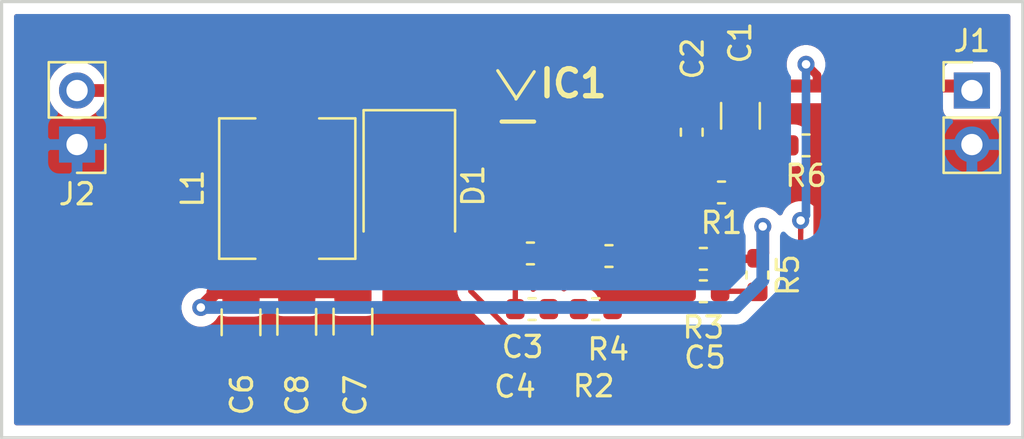
<source format=kicad_pcb>
(kicad_pcb (version 20171130) (host pcbnew "(5.1.6)-1")

  (general
    (thickness 1.6)
    (drawings 5)
    (tracks 98)
    (zones 0)
    (modules 19)
    (nets 12)
  )

  (page A4)
  (layers
    (0 F.Cu signal)
    (31 B.Cu signal hide)
    (32 B.Adhes user)
    (33 F.Adhes user)
    (34 B.Paste user)
    (35 F.Paste user)
    (36 B.SilkS user)
    (37 F.SilkS user)
    (38 B.Mask user)
    (39 F.Mask user)
    (40 Dwgs.User user)
    (41 Cmts.User user)
    (42 Eco1.User user)
    (43 Eco2.User user)
    (44 Edge.Cuts user)
    (45 Margin user)
    (46 B.CrtYd user)
    (47 F.CrtYd user)
    (48 B.Fab user)
    (49 F.Fab user)
  )

  (setup
    (last_trace_width 0.6)
    (user_trace_width 0.4)
    (user_trace_width 0.6)
    (trace_clearance 0.2)
    (zone_clearance 0.508)
    (zone_45_only no)
    (trace_min 0.2)
    (via_size 0.8)
    (via_drill 0.4)
    (via_min_size 0.4)
    (via_min_drill 0.3)
    (uvia_size 0.3)
    (uvia_drill 0.1)
    (uvias_allowed no)
    (uvia_min_size 0.2)
    (uvia_min_drill 0.1)
    (edge_width 0.05)
    (segment_width 0.2)
    (pcb_text_width 0.3)
    (pcb_text_size 1.5 1.5)
    (mod_edge_width 0.12)
    (mod_text_size 1 1)
    (mod_text_width 0.15)
    (pad_size 1.7 1.7)
    (pad_drill 1)
    (pad_to_mask_clearance 0.05)
    (aux_axis_origin 0 0)
    (visible_elements 7FFFFFFF)
    (pcbplotparams
      (layerselection 0x010fc_ffffffff)
      (usegerberextensions false)
      (usegerberattributes true)
      (usegerberadvancedattributes true)
      (creategerberjobfile true)
      (excludeedgelayer true)
      (linewidth 0.100000)
      (plotframeref false)
      (viasonmask false)
      (mode 1)
      (useauxorigin false)
      (hpglpennumber 1)
      (hpglpenspeed 20)
      (hpglpendiameter 15.000000)
      (psnegative false)
      (psa4output false)
      (plotreference true)
      (plotvalue true)
      (plotinvisibletext false)
      (padsonsilk false)
      (subtractmaskfromsilk false)
      (outputformat 1)
      (mirror false)
      (drillshape 0)
      (scaleselection 1)
      (outputdirectory "GERBER/"))
  )

  (net 0 "")
  (net 1 GND)
  (net 2 /VIN)
  (net 3 "Net-(C3-Pad1)")
  (net 4 "Net-(C3-Pad2)")
  (net 5 "Net-(C4-Pad2)")
  (net 6 "Net-(C5-Pad2)")
  (net 7 /VOUT)
  (net 8 "Net-(D1-Pad1)")
  (net 9 "Net-(IC1-Pad2)")
  (net 10 "Net-(IC1-Pad6)")
  (net 11 BC_GND)

  (net_class Default "This is the default net class."
    (clearance 0.2)
    (trace_width 0.25)
    (via_dia 0.8)
    (via_drill 0.4)
    (uvia_dia 0.3)
    (uvia_drill 0.1)
    (add_net /VIN)
    (add_net /VOUT)
    (add_net BC_GND)
    (add_net GND)
    (add_net "Net-(C3-Pad1)")
    (add_net "Net-(C3-Pad2)")
    (add_net "Net-(C4-Pad2)")
    (add_net "Net-(C5-Pad2)")
    (add_net "Net-(D1-Pad1)")
    (add_net "Net-(IC1-Pad2)")
    (add_net "Net-(IC1-Pad6)")
  )

  (module Capacitor_SMD:C_1206_3216Metric (layer F.Cu) (tedit 5B301BBE) (tstamp 6090C61A)
    (at 111.98 62.62 90)
    (descr "Capacitor SMD 1206 (3216 Metric), square (rectangular) end terminal, IPC_7351 nominal, (Body size source: http://www.tortai-tech.com/upload/download/2011102023233369053.pdf), generated with kicad-footprint-generator")
    (tags capacitor)
    (path /6090C0A1)
    (attr smd)
    (fp_text reference C1 (at 3.438 -0.0168 90) (layer F.SilkS)
      (effects (font (size 1 1) (thickness 0.15)))
    )
    (fp_text value 10uF (at 0 1.82 90) (layer F.Fab)
      (effects (font (size 1 1) (thickness 0.15)))
    )
    (fp_line (start 2.28 1.12) (end -2.28 1.12) (layer F.CrtYd) (width 0.05))
    (fp_line (start 2.28 -1.12) (end 2.28 1.12) (layer F.CrtYd) (width 0.05))
    (fp_line (start -2.28 -1.12) (end 2.28 -1.12) (layer F.CrtYd) (width 0.05))
    (fp_line (start -2.28 1.12) (end -2.28 -1.12) (layer F.CrtYd) (width 0.05))
    (fp_line (start -0.602064 0.91) (end 0.602064 0.91) (layer F.SilkS) (width 0.12))
    (fp_line (start -0.602064 -0.91) (end 0.602064 -0.91) (layer F.SilkS) (width 0.12))
    (fp_line (start 1.6 0.8) (end -1.6 0.8) (layer F.Fab) (width 0.1))
    (fp_line (start 1.6 -0.8) (end 1.6 0.8) (layer F.Fab) (width 0.1))
    (fp_line (start -1.6 -0.8) (end 1.6 -0.8) (layer F.Fab) (width 0.1))
    (fp_line (start -1.6 0.8) (end -1.6 -0.8) (layer F.Fab) (width 0.1))
    (fp_text user %R (at 0 0 90) (layer F.Fab)
      (effects (font (size 0.8 0.8) (thickness 0.12)))
    )
    (pad 2 smd roundrect (at 1.4 0 90) (size 1.25 1.75) (layers F.Cu F.Paste F.Mask) (roundrect_rratio 0.2)
      (net 2 /VIN))
    (pad 1 smd roundrect (at -1.4 0 90) (size 1.25 1.75) (layers F.Cu F.Paste F.Mask) (roundrect_rratio 0.2)
      (net 11 BC_GND))
    (model ${KISYS3DMOD}/Capacitor_SMD.3dshapes/C_1206_3216Metric.wrl
      (at (xyz 0 0 0))
      (scale (xyz 1 1 1))
      (rotate (xyz 0 0 0))
    )
  )

  (module Capacitor_SMD:C_0603_1608Metric (layer F.Cu) (tedit 5B301BBE) (tstamp 6090C62B)
    (at 109.69 63.39 90)
    (descr "Capacitor SMD 0603 (1608 Metric), square (rectangular) end terminal, IPC_7351 nominal, (Body size source: http://www.tortai-tech.com/upload/download/2011102023233369053.pdf), generated with kicad-footprint-generator")
    (tags capacitor)
    (path /60911E54)
    (attr smd)
    (fp_text reference C2 (at 3.4587 0.038 90) (layer F.SilkS)
      (effects (font (size 1 1) (thickness 0.15)))
    )
    (fp_text value 1uF (at 0 1.43 90) (layer F.Fab)
      (effects (font (size 1 1) (thickness 0.15)))
    )
    (fp_line (start 1.48 0.73) (end -1.48 0.73) (layer F.CrtYd) (width 0.05))
    (fp_line (start 1.48 -0.73) (end 1.48 0.73) (layer F.CrtYd) (width 0.05))
    (fp_line (start -1.48 -0.73) (end 1.48 -0.73) (layer F.CrtYd) (width 0.05))
    (fp_line (start -1.48 0.73) (end -1.48 -0.73) (layer F.CrtYd) (width 0.05))
    (fp_line (start -0.162779 0.51) (end 0.162779 0.51) (layer F.SilkS) (width 0.12))
    (fp_line (start -0.162779 -0.51) (end 0.162779 -0.51) (layer F.SilkS) (width 0.12))
    (fp_line (start 0.8 0.4) (end -0.8 0.4) (layer F.Fab) (width 0.1))
    (fp_line (start 0.8 -0.4) (end 0.8 0.4) (layer F.Fab) (width 0.1))
    (fp_line (start -0.8 -0.4) (end 0.8 -0.4) (layer F.Fab) (width 0.1))
    (fp_line (start -0.8 0.4) (end -0.8 -0.4) (layer F.Fab) (width 0.1))
    (fp_text user %R (at 0 0 90) (layer F.Fab)
      (effects (font (size 0.4 0.4) (thickness 0.06)))
    )
    (pad 2 smd roundrect (at 0.7875 0 90) (size 0.875 0.95) (layers F.Cu F.Paste F.Mask) (roundrect_rratio 0.25)
      (net 2 /VIN))
    (pad 1 smd roundrect (at -0.7875 0 90) (size 0.875 0.95) (layers F.Cu F.Paste F.Mask) (roundrect_rratio 0.25)
      (net 11 BC_GND))
    (model ${KISYS3DMOD}/Capacitor_SMD.3dshapes/C_0603_1608Metric.wrl
      (at (xyz 0 0 0))
      (scale (xyz 1 1 1))
      (rotate (xyz 0 0 0))
    )
  )

  (module Capacitor_SMD:C_0603_1608Metric (layer F.Cu) (tedit 5B301BBE) (tstamp 6090C63C)
    (at 102.108 69.088)
    (descr "Capacitor SMD 0603 (1608 Metric), square (rectangular) end terminal, IPC_7351 nominal, (Body size source: http://www.tortai-tech.com/upload/download/2011102023233369053.pdf), generated with kicad-footprint-generator")
    (tags capacitor)
    (path /6090A095)
    (attr smd)
    (fp_text reference C3 (at -0.3683 4.3942) (layer F.SilkS)
      (effects (font (size 1 1) (thickness 0.15)))
    )
    (fp_text value C (at 0 1.43) (layer F.Fab)
      (effects (font (size 1 1) (thickness 0.15)))
    )
    (fp_line (start 1.48 0.73) (end -1.48 0.73) (layer F.CrtYd) (width 0.05))
    (fp_line (start 1.48 -0.73) (end 1.48 0.73) (layer F.CrtYd) (width 0.05))
    (fp_line (start -1.48 -0.73) (end 1.48 -0.73) (layer F.CrtYd) (width 0.05))
    (fp_line (start -1.48 0.73) (end -1.48 -0.73) (layer F.CrtYd) (width 0.05))
    (fp_line (start -0.162779 0.51) (end 0.162779 0.51) (layer F.SilkS) (width 0.12))
    (fp_line (start -0.162779 -0.51) (end 0.162779 -0.51) (layer F.SilkS) (width 0.12))
    (fp_line (start 0.8 0.4) (end -0.8 0.4) (layer F.Fab) (width 0.1))
    (fp_line (start 0.8 -0.4) (end 0.8 0.4) (layer F.Fab) (width 0.1))
    (fp_line (start -0.8 -0.4) (end 0.8 -0.4) (layer F.Fab) (width 0.1))
    (fp_line (start -0.8 0.4) (end -0.8 -0.4) (layer F.Fab) (width 0.1))
    (fp_text user %R (at 0 0) (layer F.Fab)
      (effects (font (size 0.4 0.4) (thickness 0.06)))
    )
    (pad 2 smd roundrect (at 0.7875 0) (size 0.875 0.95) (layers F.Cu F.Paste F.Mask) (roundrect_rratio 0.25)
      (net 4 "Net-(C3-Pad2)"))
    (pad 1 smd roundrect (at -0.7875 0) (size 0.875 0.95) (layers F.Cu F.Paste F.Mask) (roundrect_rratio 0.25)
      (net 3 "Net-(C3-Pad1)"))
    (model ${KISYS3DMOD}/Capacitor_SMD.3dshapes/C_0603_1608Metric.wrl
      (at (xyz 0 0 0))
      (scale (xyz 1 1 1))
      (rotate (xyz 0 0 0))
    )
  )

  (module Capacitor_SMD:C_0603_1608Metric (layer F.Cu) (tedit 5B301BBE) (tstamp 6090C64D)
    (at 102.1842 71.7042)
    (descr "Capacitor SMD 0603 (1608 Metric), square (rectangular) end terminal, IPC_7351 nominal, (Body size source: http://www.tortai-tech.com/upload/download/2011102023233369053.pdf), generated with kicad-footprint-generator")
    (tags capacitor)
    (path /6090AABF)
    (attr smd)
    (fp_text reference C4 (at -0.8001 3.6449) (layer F.SilkS)
      (effects (font (size 1 1) (thickness 0.15)))
    )
    (fp_text value C (at 0 1.43) (layer F.Fab)
      (effects (font (size 1 1) (thickness 0.15)))
    )
    (fp_line (start -0.8 0.4) (end -0.8 -0.4) (layer F.Fab) (width 0.1))
    (fp_line (start -0.8 -0.4) (end 0.8 -0.4) (layer F.Fab) (width 0.1))
    (fp_line (start 0.8 -0.4) (end 0.8 0.4) (layer F.Fab) (width 0.1))
    (fp_line (start 0.8 0.4) (end -0.8 0.4) (layer F.Fab) (width 0.1))
    (fp_line (start -0.162779 -0.51) (end 0.162779 -0.51) (layer F.SilkS) (width 0.12))
    (fp_line (start -0.162779 0.51) (end 0.162779 0.51) (layer F.SilkS) (width 0.12))
    (fp_line (start -1.48 0.73) (end -1.48 -0.73) (layer F.CrtYd) (width 0.05))
    (fp_line (start -1.48 -0.73) (end 1.48 -0.73) (layer F.CrtYd) (width 0.05))
    (fp_line (start 1.48 -0.73) (end 1.48 0.73) (layer F.CrtYd) (width 0.05))
    (fp_line (start 1.48 0.73) (end -1.48 0.73) (layer F.CrtYd) (width 0.05))
    (fp_text user %R (at 0 0) (layer F.Fab)
      (effects (font (size 0.4 0.4) (thickness 0.06)))
    )
    (pad 1 smd roundrect (at -0.7875 0) (size 0.875 0.95) (layers F.Cu F.Paste F.Mask) (roundrect_rratio 0.25)
      (net 3 "Net-(C3-Pad1)"))
    (pad 2 smd roundrect (at 0.7875 0) (size 0.875 0.95) (layers F.Cu F.Paste F.Mask) (roundrect_rratio 0.25)
      (net 5 "Net-(C4-Pad2)"))
    (model ${KISYS3DMOD}/Capacitor_SMD.3dshapes/C_0603_1608Metric.wrl
      (at (xyz 0 0 0))
      (scale (xyz 1 1 1))
      (rotate (xyz 0 0 0))
    )
  )

  (module Capacitor_SMD:C_0603_1608Metric (layer F.Cu) (tedit 5B301BBE) (tstamp 6090C65E)
    (at 110.236 70.866)
    (descr "Capacitor SMD 0603 (1608 Metric), square (rectangular) end terminal, IPC_7351 nominal, (Body size source: http://www.tortai-tech.com/upload/download/2011102023233369053.pdf), generated with kicad-footprint-generator")
    (tags capacitor)
    (path /60919E5C)
    (attr smd)
    (fp_text reference C5 (at 0.0762 3.1115) (layer F.SilkS)
      (effects (font (size 1 1) (thickness 0.15)))
    )
    (fp_text value C (at 0 1.43) (layer F.Fab)
      (effects (font (size 1 1) (thickness 0.15)))
    )
    (fp_line (start -0.8 0.4) (end -0.8 -0.4) (layer F.Fab) (width 0.1))
    (fp_line (start -0.8 -0.4) (end 0.8 -0.4) (layer F.Fab) (width 0.1))
    (fp_line (start 0.8 -0.4) (end 0.8 0.4) (layer F.Fab) (width 0.1))
    (fp_line (start 0.8 0.4) (end -0.8 0.4) (layer F.Fab) (width 0.1))
    (fp_line (start -0.162779 -0.51) (end 0.162779 -0.51) (layer F.SilkS) (width 0.12))
    (fp_line (start -0.162779 0.51) (end 0.162779 0.51) (layer F.SilkS) (width 0.12))
    (fp_line (start -1.48 0.73) (end -1.48 -0.73) (layer F.CrtYd) (width 0.05))
    (fp_line (start -1.48 -0.73) (end 1.48 -0.73) (layer F.CrtYd) (width 0.05))
    (fp_line (start 1.48 -0.73) (end 1.48 0.73) (layer F.CrtYd) (width 0.05))
    (fp_line (start 1.48 0.73) (end -1.48 0.73) (layer F.CrtYd) (width 0.05))
    (fp_text user %R (at 0 0) (layer F.Fab)
      (effects (font (size 0.4 0.4) (thickness 0.06)))
    )
    (pad 1 smd roundrect (at -0.7875 0) (size 0.875 0.95) (layers F.Cu F.Paste F.Mask) (roundrect_rratio 0.25)
      (net 4 "Net-(C3-Pad2)"))
    (pad 2 smd roundrect (at 0.7875 0) (size 0.875 0.95) (layers F.Cu F.Paste F.Mask) (roundrect_rratio 0.25)
      (net 6 "Net-(C5-Pad2)"))
    (model ${KISYS3DMOD}/Capacitor_SMD.3dshapes/C_0603_1608Metric.wrl
      (at (xyz 0 0 0))
      (scale (xyz 1 1 1))
      (rotate (xyz 0 0 0))
    )
  )

  (module Capacitor_SMD:C_1206_3216Metric (layer F.Cu) (tedit 5B301BBE) (tstamp 6090C66F)
    (at 88.504 72.324 90)
    (descr "Capacitor SMD 1206 (3216 Metric), square (rectangular) end terminal, IPC_7351 nominal, (Body size source: http://www.tortai-tech.com/upload/download/2011102023233369053.pdf), generated with kicad-footprint-generator")
    (tags capacitor)
    (path /6090FC52)
    (attr smd)
    (fp_text reference C6 (at -3.3934 0.0404 90) (layer F.SilkS)
      (effects (font (size 1 1) (thickness 0.15)))
    )
    (fp_text value 10uF (at 0 1.82 90) (layer F.Fab)
      (effects (font (size 1 1) (thickness 0.15)))
    )
    (fp_line (start -1.6 0.8) (end -1.6 -0.8) (layer F.Fab) (width 0.1))
    (fp_line (start -1.6 -0.8) (end 1.6 -0.8) (layer F.Fab) (width 0.1))
    (fp_line (start 1.6 -0.8) (end 1.6 0.8) (layer F.Fab) (width 0.1))
    (fp_line (start 1.6 0.8) (end -1.6 0.8) (layer F.Fab) (width 0.1))
    (fp_line (start -0.602064 -0.91) (end 0.602064 -0.91) (layer F.SilkS) (width 0.12))
    (fp_line (start -0.602064 0.91) (end 0.602064 0.91) (layer F.SilkS) (width 0.12))
    (fp_line (start -2.28 1.12) (end -2.28 -1.12) (layer F.CrtYd) (width 0.05))
    (fp_line (start -2.28 -1.12) (end 2.28 -1.12) (layer F.CrtYd) (width 0.05))
    (fp_line (start 2.28 -1.12) (end 2.28 1.12) (layer F.CrtYd) (width 0.05))
    (fp_line (start 2.28 1.12) (end -2.28 1.12) (layer F.CrtYd) (width 0.05))
    (fp_text user %R (at 0 0 90) (layer F.Fab)
      (effects (font (size 0.8 0.8) (thickness 0.12)))
    )
    (pad 1 smd roundrect (at -1.4 0 90) (size 1.25 1.75) (layers F.Cu F.Paste F.Mask) (roundrect_rratio 0.2)
      (net 1 GND))
    (pad 2 smd roundrect (at 1.4 0 90) (size 1.25 1.75) (layers F.Cu F.Paste F.Mask) (roundrect_rratio 0.2)
      (net 7 /VOUT))
    (model ${KISYS3DMOD}/Capacitor_SMD.3dshapes/C_1206_3216Metric.wrl
      (at (xyz 0 0 0))
      (scale (xyz 1 1 1))
      (rotate (xyz 0 0 0))
    )
  )

  (module Capacitor_SMD:C_1206_3216Metric (layer F.Cu) (tedit 5B301BBE) (tstamp 6090C680)
    (at 93.764 72.294 90)
    (descr "Capacitor SMD 1206 (3216 Metric), square (rectangular) end terminal, IPC_7351 nominal, (Body size source: http://www.tortai-tech.com/upload/download/2011102023233369053.pdf), generated with kicad-footprint-generator")
    (tags capacitor)
    (path /60915445)
    (attr smd)
    (fp_text reference C7 (at -3.4615 0.1144 90) (layer F.SilkS)
      (effects (font (size 1 1) (thickness 0.15)))
    )
    (fp_text value 10uF (at 0 1.82 90) (layer F.Fab)
      (effects (font (size 1 1) (thickness 0.15)))
    )
    (fp_line (start 2.28 1.12) (end -2.28 1.12) (layer F.CrtYd) (width 0.05))
    (fp_line (start 2.28 -1.12) (end 2.28 1.12) (layer F.CrtYd) (width 0.05))
    (fp_line (start -2.28 -1.12) (end 2.28 -1.12) (layer F.CrtYd) (width 0.05))
    (fp_line (start -2.28 1.12) (end -2.28 -1.12) (layer F.CrtYd) (width 0.05))
    (fp_line (start -0.602064 0.91) (end 0.602064 0.91) (layer F.SilkS) (width 0.12))
    (fp_line (start -0.602064 -0.91) (end 0.602064 -0.91) (layer F.SilkS) (width 0.12))
    (fp_line (start 1.6 0.8) (end -1.6 0.8) (layer F.Fab) (width 0.1))
    (fp_line (start 1.6 -0.8) (end 1.6 0.8) (layer F.Fab) (width 0.1))
    (fp_line (start -1.6 -0.8) (end 1.6 -0.8) (layer F.Fab) (width 0.1))
    (fp_line (start -1.6 0.8) (end -1.6 -0.8) (layer F.Fab) (width 0.1))
    (fp_text user %R (at 0 0 90) (layer F.Fab)
      (effects (font (size 0.8 0.8) (thickness 0.12)))
    )
    (pad 2 smd roundrect (at 1.4 0 90) (size 1.25 1.75) (layers F.Cu F.Paste F.Mask) (roundrect_rratio 0.2)
      (net 7 /VOUT))
    (pad 1 smd roundrect (at -1.4 0 90) (size 1.25 1.75) (layers F.Cu F.Paste F.Mask) (roundrect_rratio 0.2)
      (net 1 GND))
    (model ${KISYS3DMOD}/Capacitor_SMD.3dshapes/C_1206_3216Metric.wrl
      (at (xyz 0 0 0))
      (scale (xyz 1 1 1))
      (rotate (xyz 0 0 0))
    )
  )

  (module Capacitor_SMD:C_1206_3216Metric (layer F.Cu) (tedit 5B301BBE) (tstamp 6090C691)
    (at 91.124 72.304 90)
    (descr "Capacitor SMD 1206 (3216 Metric), square (rectangular) end terminal, IPC_7351 nominal, (Body size source: http://www.tortai-tech.com/upload/download/2011102023233369053.pdf), generated with kicad-footprint-generator")
    (tags capacitor)
    (path /609159DF)
    (attr smd)
    (fp_text reference C8 (at -3.4388 0.0239 90) (layer F.SilkS)
      (effects (font (size 1 1) (thickness 0.15)))
    )
    (fp_text value 1uF (at 0 1.82 90) (layer F.Fab)
      (effects (font (size 1 1) (thickness 0.15)))
    )
    (fp_line (start -1.6 0.8) (end -1.6 -0.8) (layer F.Fab) (width 0.1))
    (fp_line (start -1.6 -0.8) (end 1.6 -0.8) (layer F.Fab) (width 0.1))
    (fp_line (start 1.6 -0.8) (end 1.6 0.8) (layer F.Fab) (width 0.1))
    (fp_line (start 1.6 0.8) (end -1.6 0.8) (layer F.Fab) (width 0.1))
    (fp_line (start -0.602064 -0.91) (end 0.602064 -0.91) (layer F.SilkS) (width 0.12))
    (fp_line (start -0.602064 0.91) (end 0.602064 0.91) (layer F.SilkS) (width 0.12))
    (fp_line (start -2.28 1.12) (end -2.28 -1.12) (layer F.CrtYd) (width 0.05))
    (fp_line (start -2.28 -1.12) (end 2.28 -1.12) (layer F.CrtYd) (width 0.05))
    (fp_line (start 2.28 -1.12) (end 2.28 1.12) (layer F.CrtYd) (width 0.05))
    (fp_line (start 2.28 1.12) (end -2.28 1.12) (layer F.CrtYd) (width 0.05))
    (fp_text user %R (at 0 0 90) (layer F.Fab)
      (effects (font (size 0.8 0.8) (thickness 0.12)))
    )
    (pad 1 smd roundrect (at -1.4 0 90) (size 1.25 1.75) (layers F.Cu F.Paste F.Mask) (roundrect_rratio 0.2)
      (net 1 GND))
    (pad 2 smd roundrect (at 1.4 0 90) (size 1.25 1.75) (layers F.Cu F.Paste F.Mask) (roundrect_rratio 0.2)
      (net 7 /VOUT))
    (model ${KISYS3DMOD}/Capacitor_SMD.3dshapes/C_1206_3216Metric.wrl
      (at (xyz 0 0 0))
      (scale (xyz 1 1 1))
      (rotate (xyz 0 0 0))
    )
  )

  (module Diode_SMD:D_SMB (layer F.Cu) (tedit 58645DF3) (tstamp 6090C6A9)
    (at 96.416 65.904 270)
    (descr "Diode SMB (DO-214AA)")
    (tags "Diode SMB (DO-214AA)")
    (path /60906D8A)
    (attr smd)
    (fp_text reference D1 (at 0 -3 90) (layer F.SilkS)
      (effects (font (size 1 1) (thickness 0.15)))
    )
    (fp_text value SK52 (at 0 3.1 90) (layer F.Fab)
      (effects (font (size 1 1) (thickness 0.15)))
    )
    (fp_line (start -3.55 -2.15) (end 2.15 -2.15) (layer F.SilkS) (width 0.12))
    (fp_line (start -3.55 2.15) (end 2.15 2.15) (layer F.SilkS) (width 0.12))
    (fp_line (start -0.64944 0.00102) (end 0.50118 -0.79908) (layer F.Fab) (width 0.1))
    (fp_line (start -0.64944 0.00102) (end 0.50118 0.75032) (layer F.Fab) (width 0.1))
    (fp_line (start 0.50118 0.75032) (end 0.50118 -0.79908) (layer F.Fab) (width 0.1))
    (fp_line (start -0.64944 -0.79908) (end -0.64944 0.80112) (layer F.Fab) (width 0.1))
    (fp_line (start 0.50118 0.00102) (end 1.4994 0.00102) (layer F.Fab) (width 0.1))
    (fp_line (start -0.64944 0.00102) (end -1.55114 0.00102) (layer F.Fab) (width 0.1))
    (fp_line (start -3.65 2.25) (end -3.65 -2.25) (layer F.CrtYd) (width 0.05))
    (fp_line (start 3.65 2.25) (end -3.65 2.25) (layer F.CrtYd) (width 0.05))
    (fp_line (start 3.65 -2.25) (end 3.65 2.25) (layer F.CrtYd) (width 0.05))
    (fp_line (start -3.65 -2.25) (end 3.65 -2.25) (layer F.CrtYd) (width 0.05))
    (fp_line (start 2.3 -2) (end -2.3 -2) (layer F.Fab) (width 0.1))
    (fp_line (start 2.3 -2) (end 2.3 2) (layer F.Fab) (width 0.1))
    (fp_line (start -2.3 2) (end -2.3 -2) (layer F.Fab) (width 0.1))
    (fp_line (start 2.3 2) (end -2.3 2) (layer F.Fab) (width 0.1))
    (fp_line (start -3.55 -2.15) (end -3.55 2.15) (layer F.SilkS) (width 0.12))
    (fp_text user %R (at 0 -3 90) (layer F.Fab)
      (effects (font (size 1 1) (thickness 0.15)))
    )
    (pad 2 smd rect (at 2.15 0 270) (size 2.5 2.3) (layers F.Cu F.Paste F.Mask)
      (net 1 GND))
    (pad 1 smd rect (at -2.15 0 270) (size 2.5 2.3) (layers F.Cu F.Paste F.Mask)
      (net 8 "Net-(D1-Pad1)"))
    (model ${KISYS3DMOD}/Diode_SMD.3dshapes/D_SMB.wrl
      (at (xyz 0 0 0))
      (scale (xyz 1 1 1))
      (rotate (xyz 0 0 0))
    )
  )

  (module SOIC127P600X170-9N (layer F.Cu) (tedit 0) (tstamp 6090C6C1)
    (at 104.23 65.47)
    (descr "HSOP8 (Exposed Pad)")
    (tags "Integrated Circuit")
    (path /6090567F)
    (attr smd)
    (fp_text reference IC1 (at -0.1027 -4.3703) (layer F.SilkS)
      (effects (font (size 1.27 1.27) (thickness 0.254)))
    )
    (fp_text value L7986A (at 0 0) (layer F.SilkS) hide
      (effects (font (size 1.27 1.27) (thickness 0.254)))
    )
    (fp_line (start -3.475 -2.58) (end -1.95 -2.58) (layer F.SilkS) (width 0.2))
    (fp_line (start -1.95 -1.18) (end -0.68 -2.45) (layer F.Fab) (width 0.1))
    (fp_line (start -1.95 2.45) (end -1.95 -2.45) (layer F.Fab) (width 0.1))
    (fp_line (start 1.95 2.45) (end -1.95 2.45) (layer F.Fab) (width 0.1))
    (fp_line (start 1.95 -2.45) (end 1.95 2.45) (layer F.Fab) (width 0.1))
    (fp_line (start -1.95 -2.45) (end 1.95 -2.45) (layer F.Fab) (width 0.1))
    (fp_line (start -3.725 2.75) (end -3.725 -2.75) (layer F.CrtYd) (width 0.05))
    (fp_line (start 3.725 2.75) (end -3.725 2.75) (layer F.CrtYd) (width 0.05))
    (fp_line (start 3.725 -2.75) (end 3.725 2.75) (layer F.CrtYd) (width 0.05))
    (fp_line (start -3.725 -2.75) (end 3.725 -2.75) (layer F.CrtYd) (width 0.05))
    (fp_text user %R (at 0 0) (layer F.Fab)
      (effects (font (size 1.27 1.27) (thickness 0.254)))
    )
    (pad 9 smd rect (at 0 0) (size 2.2 3.1) (layers F.Cu F.Paste F.Mask)
      (net 11 BC_GND))
    (pad 8 smd rect (at 2.712 -1.905 90) (size 0.65 1.525) (layers F.Cu F.Paste F.Mask)
      (net 2 /VIN))
    (pad 7 smd rect (at 2.712 -0.635 90) (size 0.65 1.525) (layers F.Cu F.Paste F.Mask)
      (net 11 BC_GND))
    (pad 6 smd rect (at 2.712 0.635 90) (size 0.65 1.525) (layers F.Cu F.Paste F.Mask)
      (net 10 "Net-(IC1-Pad6)"))
    (pad 5 smd rect (at 2.712 1.905 90) (size 0.65 1.525) (layers F.Cu F.Paste F.Mask)
      (net 4 "Net-(C3-Pad2)"))
    (pad 4 smd rect (at -2.712 1.905 90) (size 0.65 1.525) (layers F.Cu F.Paste F.Mask)
      (net 3 "Net-(C3-Pad1)"))
    (pad 3 smd rect (at -2.712 0.635 90) (size 0.65 1.525) (layers F.Cu F.Paste F.Mask)
      (net 2 /VIN))
    (pad 2 smd rect (at -2.712 -0.635 90) (size 0.65 1.525) (layers F.Cu F.Paste F.Mask)
      (net 9 "Net-(IC1-Pad2)"))
    (pad 1 smd rect (at -2.712 -1.905 90) (size 0.65 1.525) (layers F.Cu F.Paste F.Mask)
      (net 8 "Net-(D1-Pad1)"))
    (model "C:\\Users\\huber\\Documents\\Praca Dyplomowa\\KiCAd\\RobotElectronics\\rysboard\\SamacSys_Parts.3dshapes\\L7986A.stp"
      (at (xyz 0 0 0))
      (scale (xyz 1 1 1))
      (rotate (xyz 0 0 0))
    )
  )

  (module Inductor_SMD:L_6.3x6.3_H3 (layer F.Cu) (tedit 5990349C) (tstamp 6090C6DA)
    (at 90.678 66.04 90)
    (descr "Choke, SMD, 6.3x6.3mm 3mm height")
    (tags "Choke SMD")
    (path /60905C3D)
    (attr smd)
    (fp_text reference L1 (at 0 -4.45 90) (layer F.SilkS)
      (effects (font (size 1 1) (thickness 0.15)))
    )
    (fp_text value 3,3uH (at 0 4.45 90) (layer F.Fab)
      (effects (font (size 1 1) (thickness 0.15)))
    )
    (fp_line (start -3.15 3.15) (end 3.15 3.15) (layer F.Fab) (width 0.1))
    (fp_line (start -3.15 -3.15) (end 3.15 -3.15) (layer F.Fab) (width 0.1))
    (fp_line (start -3.15 -3.15) (end -3.15 -1.5) (layer F.Fab) (width 0.1))
    (fp_line (start -3.15 3.15) (end -3.15 1.5) (layer F.Fab) (width 0.1))
    (fp_line (start 3.15 -3.15) (end 3.15 -1.5) (layer F.Fab) (width 0.1))
    (fp_line (start 3.15 3.15) (end 3.15 1.5) (layer F.Fab) (width 0.1))
    (fp_line (start 3.75 -3.4) (end -3.75 -3.4) (layer F.CrtYd) (width 0.05))
    (fp_line (start 3.75 3.4) (end 3.75 -3.4) (layer F.CrtYd) (width 0.05))
    (fp_line (start -3.75 3.4) (end 3.75 3.4) (layer F.CrtYd) (width 0.05))
    (fp_line (start -3.75 -3.4) (end -3.75 3.4) (layer F.CrtYd) (width 0.05))
    (fp_line (start 3.3 -3.2) (end 3.3 -1.5) (layer F.SilkS) (width 0.12))
    (fp_line (start -3.3 -3.2) (end 3.3 -3.2) (layer F.SilkS) (width 0.12))
    (fp_line (start -3.3 -1.5) (end -3.3 -3.2) (layer F.SilkS) (width 0.12))
    (fp_line (start -3.3 3.2) (end -3.3 1.5) (layer F.SilkS) (width 0.12))
    (fp_line (start 3.3 3.2) (end -3.3 3.2) (layer F.SilkS) (width 0.12))
    (fp_line (start 3.3 1.5) (end 3.3 3.2) (layer F.SilkS) (width 0.12))
    (fp_arc (start 0 0) (end 1.91 1.91) (angle 90) (layer F.Fab) (width 0.1))
    (fp_arc (start 0 0) (end -1.91 -1.91) (angle 90) (layer F.Fab) (width 0.1))
    (fp_text user %R (at 0 0 90) (layer F.Fab)
      (effects (font (size 1 1) (thickness 0.15)))
    )
    (pad 2 smd rect (at 2.75 0 90) (size 1.5 2.4) (layers F.Cu F.Paste F.Mask)
      (net 8 "Net-(D1-Pad1)"))
    (pad 1 smd rect (at -2.75 0 90) (size 1.5 2.4) (layers F.Cu F.Paste F.Mask)
      (net 7 /VOUT))
    (model ${KISYS3DMOD}/Inductor_SMD.3dshapes/L_6.3x6.3_H3.wrl
      (at (xyz 0 0 0))
      (scale (xyz 1 1 1))
      (rotate (xyz 0 0 0))
    )
  )

  (module Resistor_SMD:R_0603_1608Metric (layer F.Cu) (tedit 5B301BBD) (tstamp 6090C6EB)
    (at 111.09 66.22 180)
    (descr "Resistor SMD 0603 (1608 Metric), square (rectangular) end terminal, IPC_7351 nominal, (Body size source: http://www.tortai-tech.com/upload/download/2011102023233369053.pdf), generated with kicad-footprint-generator")
    (tags resistor)
    (path /6090B966)
    (attr smd)
    (fp_text reference R1 (at 0 -1.43) (layer F.SilkS)
      (effects (font (size 1 1) (thickness 0.15)))
    )
    (fp_text value 30KR (at 0 1.43) (layer F.Fab)
      (effects (font (size 1 1) (thickness 0.15)))
    )
    (fp_line (start 1.48 0.73) (end -1.48 0.73) (layer F.CrtYd) (width 0.05))
    (fp_line (start 1.48 -0.73) (end 1.48 0.73) (layer F.CrtYd) (width 0.05))
    (fp_line (start -1.48 -0.73) (end 1.48 -0.73) (layer F.CrtYd) (width 0.05))
    (fp_line (start -1.48 0.73) (end -1.48 -0.73) (layer F.CrtYd) (width 0.05))
    (fp_line (start -0.162779 0.51) (end 0.162779 0.51) (layer F.SilkS) (width 0.12))
    (fp_line (start -0.162779 -0.51) (end 0.162779 -0.51) (layer F.SilkS) (width 0.12))
    (fp_line (start 0.8 0.4) (end -0.8 0.4) (layer F.Fab) (width 0.1))
    (fp_line (start 0.8 -0.4) (end 0.8 0.4) (layer F.Fab) (width 0.1))
    (fp_line (start -0.8 -0.4) (end 0.8 -0.4) (layer F.Fab) (width 0.1))
    (fp_line (start -0.8 0.4) (end -0.8 -0.4) (layer F.Fab) (width 0.1))
    (fp_text user %R (at 0 0) (layer F.Fab)
      (effects (font (size 0.4 0.4) (thickness 0.06)))
    )
    (pad 2 smd roundrect (at 0.7875 0 180) (size 0.875 0.95) (layers F.Cu F.Paste F.Mask) (roundrect_rratio 0.25)
      (net 10 "Net-(IC1-Pad6)"))
    (pad 1 smd roundrect (at -0.7875 0 180) (size 0.875 0.95) (layers F.Cu F.Paste F.Mask) (roundrect_rratio 0.25)
      (net 11 BC_GND))
    (model ${KISYS3DMOD}/Resistor_SMD.3dshapes/R_0603_1608Metric.wrl
      (at (xyz 0 0 0))
      (scale (xyz 1 1 1))
      (rotate (xyz 0 0 0))
    )
  )

  (module Resistor_SMD:R_0603_1608Metric (layer F.Cu) (tedit 5B301BBD) (tstamp 6090C6FC)
    (at 105.1814 71.7042)
    (descr "Resistor SMD 0603 (1608 Metric), square (rectangular) end terminal, IPC_7351 nominal, (Body size source: http://www.tortai-tech.com/upload/download/2011102023233369053.pdf), generated with kicad-footprint-generator")
    (tags resistor)
    (path /6090AE67)
    (attr smd)
    (fp_text reference R2 (at -0.1016 3.6195) (layer F.SilkS)
      (effects (font (size 1 1) (thickness 0.15)))
    )
    (fp_text value R (at 0 1.43) (layer F.Fab)
      (effects (font (size 1 1) (thickness 0.15)))
    )
    (fp_line (start -0.8 0.4) (end -0.8 -0.4) (layer F.Fab) (width 0.1))
    (fp_line (start -0.8 -0.4) (end 0.8 -0.4) (layer F.Fab) (width 0.1))
    (fp_line (start 0.8 -0.4) (end 0.8 0.4) (layer F.Fab) (width 0.1))
    (fp_line (start 0.8 0.4) (end -0.8 0.4) (layer F.Fab) (width 0.1))
    (fp_line (start -0.162779 -0.51) (end 0.162779 -0.51) (layer F.SilkS) (width 0.12))
    (fp_line (start -0.162779 0.51) (end 0.162779 0.51) (layer F.SilkS) (width 0.12))
    (fp_line (start -1.48 0.73) (end -1.48 -0.73) (layer F.CrtYd) (width 0.05))
    (fp_line (start -1.48 -0.73) (end 1.48 -0.73) (layer F.CrtYd) (width 0.05))
    (fp_line (start 1.48 -0.73) (end 1.48 0.73) (layer F.CrtYd) (width 0.05))
    (fp_line (start 1.48 0.73) (end -1.48 0.73) (layer F.CrtYd) (width 0.05))
    (fp_text user %R (at 0 0) (layer F.Fab)
      (effects (font (size 0.4 0.4) (thickness 0.06)))
    )
    (pad 1 smd roundrect (at -0.7875 0) (size 0.875 0.95) (layers F.Cu F.Paste F.Mask) (roundrect_rratio 0.25)
      (net 5 "Net-(C4-Pad2)"))
    (pad 2 smd roundrect (at 0.7875 0) (size 0.875 0.95) (layers F.Cu F.Paste F.Mask) (roundrect_rratio 0.25)
      (net 4 "Net-(C3-Pad2)"))
    (model ${KISYS3DMOD}/Resistor_SMD.3dshapes/R_0603_1608Metric.wrl
      (at (xyz 0 0 0))
      (scale (xyz 1 1 1))
      (rotate (xyz 0 0 0))
    )
  )

  (module Resistor_SMD:R_0603_1608Metric (layer F.Cu) (tedit 5B301BBD) (tstamp 6090C70D)
    (at 110.236 69.342 180)
    (descr "Resistor SMD 0603 (1608 Metric), square (rectangular) end terminal, IPC_7351 nominal, (Body size source: http://www.tortai-tech.com/upload/download/2011102023233369053.pdf), generated with kicad-footprint-generator")
    (tags resistor)
    (path /60908BCA)
    (attr smd)
    (fp_text reference R3 (at 0 -3.2258) (layer F.SilkS)
      (effects (font (size 1 1) (thickness 0.15)))
    )
    (fp_text value 1KR (at 0 1.43) (layer F.Fab)
      (effects (font (size 1 1) (thickness 0.15)))
    )
    (fp_line (start 1.48 0.73) (end -1.48 0.73) (layer F.CrtYd) (width 0.05))
    (fp_line (start 1.48 -0.73) (end 1.48 0.73) (layer F.CrtYd) (width 0.05))
    (fp_line (start -1.48 -0.73) (end 1.48 -0.73) (layer F.CrtYd) (width 0.05))
    (fp_line (start -1.48 0.73) (end -1.48 -0.73) (layer F.CrtYd) (width 0.05))
    (fp_line (start -0.162779 0.51) (end 0.162779 0.51) (layer F.SilkS) (width 0.12))
    (fp_line (start -0.162779 -0.51) (end 0.162779 -0.51) (layer F.SilkS) (width 0.12))
    (fp_line (start 0.8 0.4) (end -0.8 0.4) (layer F.Fab) (width 0.1))
    (fp_line (start 0.8 -0.4) (end 0.8 0.4) (layer F.Fab) (width 0.1))
    (fp_line (start -0.8 -0.4) (end 0.8 -0.4) (layer F.Fab) (width 0.1))
    (fp_line (start -0.8 0.4) (end -0.8 -0.4) (layer F.Fab) (width 0.1))
    (fp_text user %R (at -0.065001 -0.145001) (layer F.Fab)
      (effects (font (size 0.4 0.4) (thickness 0.06)))
    )
    (pad 2 smd roundrect (at 0.7875 0 180) (size 0.875 0.95) (layers F.Cu F.Paste F.Mask) (roundrect_rratio 0.25)
      (net 4 "Net-(C3-Pad2)"))
    (pad 1 smd roundrect (at -0.7875 0 180) (size 0.875 0.95) (layers F.Cu F.Paste F.Mask) (roundrect_rratio 0.25)
      (net 7 /VOUT))
    (model ${KISYS3DMOD}/Resistor_SMD.3dshapes/R_0603_1608Metric.wrl
      (at (xyz 0 0 0))
      (scale (xyz 1 1 1))
      (rotate (xyz 0 0 0))
    )
  )

  (module Resistor_SMD:R_0603_1608Metric (layer F.Cu) (tedit 5B301BBD) (tstamp 6090C71E)
    (at 112.776 70.104 270)
    (descr "Resistor SMD 0603 (1608 Metric), square (rectangular) end terminal, IPC_7351 nominal, (Body size source: http://www.tortai-tech.com/upload/download/2011102023233369053.pdf), generated with kicad-footprint-generator")
    (tags resistor)
    (path /60915D8F)
    (attr smd)
    (fp_text reference R5 (at 0 -1.43 90) (layer F.SilkS)
      (effects (font (size 1 1) (thickness 0.15)))
    )
    (fp_text value R (at 0 1.43 90) (layer F.Fab)
      (effects (font (size 1 1) (thickness 0.15)))
    )
    (fp_line (start -0.8 0.4) (end -0.8 -0.4) (layer F.Fab) (width 0.1))
    (fp_line (start -0.8 -0.4) (end 0.8 -0.4) (layer F.Fab) (width 0.1))
    (fp_line (start 0.8 -0.4) (end 0.8 0.4) (layer F.Fab) (width 0.1))
    (fp_line (start 0.8 0.4) (end -0.8 0.4) (layer F.Fab) (width 0.1))
    (fp_line (start -0.162779 -0.51) (end 0.162779 -0.51) (layer F.SilkS) (width 0.12))
    (fp_line (start -0.162779 0.51) (end 0.162779 0.51) (layer F.SilkS) (width 0.12))
    (fp_line (start -1.48 0.73) (end -1.48 -0.73) (layer F.CrtYd) (width 0.05))
    (fp_line (start -1.48 -0.73) (end 1.48 -0.73) (layer F.CrtYd) (width 0.05))
    (fp_line (start 1.48 -0.73) (end 1.48 0.73) (layer F.CrtYd) (width 0.05))
    (fp_line (start 1.48 0.73) (end -1.48 0.73) (layer F.CrtYd) (width 0.05))
    (fp_text user %R (at 0 0 90) (layer F.Fab)
      (effects (font (size 0.4 0.4) (thickness 0.06)))
    )
    (pad 1 smd roundrect (at -0.7875 0 270) (size 0.875 0.95) (layers F.Cu F.Paste F.Mask) (roundrect_rratio 0.25)
      (net 7 /VOUT))
    (pad 2 smd roundrect (at 0.7875 0 270) (size 0.875 0.95) (layers F.Cu F.Paste F.Mask) (roundrect_rratio 0.25)
      (net 6 "Net-(C5-Pad2)"))
    (model ${KISYS3DMOD}/Resistor_SMD.3dshapes/R_0603_1608Metric.wrl
      (at (xyz 0 0 0))
      (scale (xyz 1 1 1))
      (rotate (xyz 0 0 0))
    )
  )

  (module Resistor_SMD:R_0603_1608Metric (layer F.Cu) (tedit 5B301BBD) (tstamp 6090DB0C)
    (at 105.8 69.21 180)
    (descr "Resistor SMD 0603 (1608 Metric), square (rectangular) end terminal, IPC_7351 nominal, (Body size source: http://www.tortai-tech.com/upload/download/2011102023233369053.pdf), generated with kicad-footprint-generator")
    (tags resistor)
    (path /60908F1A)
    (attr smd)
    (fp_text reference R4 (at 0.0344 -4.3865) (layer F.SilkS)
      (effects (font (size 1 1) (thickness 0.15)))
    )
    (fp_text value R (at 0 1.43) (layer F.Fab)
      (effects (font (size 1 1) (thickness 0.15)))
    )
    (fp_line (start -0.8 0.4) (end -0.8 -0.4) (layer F.Fab) (width 0.1))
    (fp_line (start -0.8 -0.4) (end 0.8 -0.4) (layer F.Fab) (width 0.1))
    (fp_line (start 0.8 -0.4) (end 0.8 0.4) (layer F.Fab) (width 0.1))
    (fp_line (start 0.8 0.4) (end -0.8 0.4) (layer F.Fab) (width 0.1))
    (fp_line (start -0.162779 -0.51) (end 0.162779 -0.51) (layer F.SilkS) (width 0.12))
    (fp_line (start -0.162779 0.51) (end 0.162779 0.51) (layer F.SilkS) (width 0.12))
    (fp_line (start -1.48 0.73) (end -1.48 -0.73) (layer F.CrtYd) (width 0.05))
    (fp_line (start -1.48 -0.73) (end 1.48 -0.73) (layer F.CrtYd) (width 0.05))
    (fp_line (start 1.48 -0.73) (end 1.48 0.73) (layer F.CrtYd) (width 0.05))
    (fp_line (start 1.48 0.73) (end -1.48 0.73) (layer F.CrtYd) (width 0.05))
    (fp_text user %R (at 0 0) (layer F.Fab)
      (effects (font (size 0.4 0.4) (thickness 0.06)))
    )
    (pad 1 smd roundrect (at -0.7875 0 180) (size 0.875 0.95) (layers F.Cu F.Paste F.Mask) (roundrect_rratio 0.25)
      (net 4 "Net-(C3-Pad2)"))
    (pad 2 smd roundrect (at 0.7875 0 180) (size 0.875 0.95) (layers F.Cu F.Paste F.Mask) (roundrect_rratio 0.25)
      (net 11 BC_GND))
    (model ${KISYS3DMOD}/Resistor_SMD.3dshapes/R_0603_1608Metric.wrl
      (at (xyz 0 0 0))
      (scale (xyz 1 1 1))
      (rotate (xyz 0 0 0))
    )
  )

  (module Resistor_SMD:R_0603_1608Metric (layer F.Cu) (tedit 5B301BBD) (tstamp 60912922)
    (at 115.062 64.008 180)
    (descr "Resistor SMD 0603 (1608 Metric), square (rectangular) end terminal, IPC_7351 nominal, (Body size source: http://www.tortai-tech.com/upload/download/2011102023233369053.pdf), generated with kicad-footprint-generator")
    (tags resistor)
    (path /60930F9C)
    (attr smd)
    (fp_text reference R6 (at 0 -1.43) (layer F.SilkS)
      (effects (font (size 1 1) (thickness 0.15)))
    )
    (fp_text value R (at 0 1.43) (layer F.Fab)
      (effects (font (size 1 1) (thickness 0.15)))
    )
    (fp_line (start 1.48 0.73) (end -1.48 0.73) (layer F.CrtYd) (width 0.05))
    (fp_line (start 1.48 -0.73) (end 1.48 0.73) (layer F.CrtYd) (width 0.05))
    (fp_line (start -1.48 -0.73) (end 1.48 -0.73) (layer F.CrtYd) (width 0.05))
    (fp_line (start -1.48 0.73) (end -1.48 -0.73) (layer F.CrtYd) (width 0.05))
    (fp_line (start -0.162779 0.51) (end 0.162779 0.51) (layer F.SilkS) (width 0.12))
    (fp_line (start -0.162779 -0.51) (end 0.162779 -0.51) (layer F.SilkS) (width 0.12))
    (fp_line (start 0.8 0.4) (end -0.8 0.4) (layer F.Fab) (width 0.1))
    (fp_line (start 0.8 -0.4) (end 0.8 0.4) (layer F.Fab) (width 0.1))
    (fp_line (start -0.8 -0.4) (end 0.8 -0.4) (layer F.Fab) (width 0.1))
    (fp_line (start -0.8 0.4) (end -0.8 -0.4) (layer F.Fab) (width 0.1))
    (fp_text user %R (at 0 0) (layer F.Fab)
      (effects (font (size 0.4 0.4) (thickness 0.06)))
    )
    (pad 1 smd roundrect (at -0.7875 0 180) (size 0.875 0.95) (layers F.Cu F.Paste F.Mask) (roundrect_rratio 0.25)
      (net 1 GND))
    (pad 2 smd roundrect (at 0.7875 0 180) (size 0.875 0.95) (layers F.Cu F.Paste F.Mask) (roundrect_rratio 0.25)
      (net 11 BC_GND))
    (model ${KISYS3DMOD}/Resistor_SMD.3dshapes/R_0603_1608Metric.wrl
      (at (xyz 0 0 0))
      (scale (xyz 1 1 1))
      (rotate (xyz 0 0 0))
    )
  )

  (module Connector_PinHeader_2.54mm:PinHeader_1x02_P2.54mm_Vertical (layer F.Cu) (tedit 609A819E) (tstamp 60996B3A)
    (at 122.8598 61.4299)
    (descr "Through hole straight pin header, 1x02, 2.54mm pitch, single row")
    (tags "Through hole pin header THT 1x02 2.54mm single row")
    (path /6097A326)
    (fp_text reference J1 (at 0 -2.33) (layer F.SilkS)
      (effects (font (size 1 1) (thickness 0.15)))
    )
    (fp_text value Conn_01x02_Male (at -3.0988 3.4925 90) (layer F.Fab)
      (effects (font (size 1 1) (thickness 0.15)))
    )
    (fp_line (start -0.635 -1.27) (end 1.27 -1.27) (layer F.Fab) (width 0.1))
    (fp_line (start 1.27 -1.27) (end 1.27 3.81) (layer F.Fab) (width 0.1))
    (fp_line (start 1.27 3.81) (end -1.27 3.81) (layer F.Fab) (width 0.1))
    (fp_line (start -1.27 3.81) (end -1.27 -0.635) (layer F.Fab) (width 0.1))
    (fp_line (start -1.27 -0.635) (end -0.635 -1.27) (layer F.Fab) (width 0.1))
    (fp_line (start -1.33 3.87) (end 1.33 3.87) (layer F.SilkS) (width 0.12))
    (fp_line (start -1.33 1.27) (end -1.33 3.87) (layer F.SilkS) (width 0.12))
    (fp_line (start 1.33 1.27) (end 1.33 3.87) (layer F.SilkS) (width 0.12))
    (fp_line (start -1.33 1.27) (end 1.33 1.27) (layer F.SilkS) (width 0.12))
    (fp_line (start -1.33 0) (end -1.33 -1.33) (layer F.SilkS) (width 0.12))
    (fp_line (start -1.33 -1.33) (end 0 -1.33) (layer F.SilkS) (width 0.12))
    (fp_line (start -1.8 -1.8) (end -1.8 4.35) (layer F.CrtYd) (width 0.05))
    (fp_line (start -1.8 4.35) (end 1.8 4.35) (layer F.CrtYd) (width 0.05))
    (fp_line (start 1.8 4.35) (end 1.8 -1.8) (layer F.CrtYd) (width 0.05))
    (fp_line (start 1.8 -1.8) (end -1.8 -1.8) (layer F.CrtYd) (width 0.05))
    (fp_text user %R (at 0 1.27 90) (layer F.Fab)
      (effects (font (size 1 1) (thickness 0.15)))
    )
    (pad 1 thru_hole rect (at 0 0) (size 1.7 1.7) (drill 1) (layers *.Cu *.Mask)
      (net 2 /VIN))
    (pad 2 thru_hole oval (at 0 2.54) (size 1.7 1.7) (drill 1) (layers *.Cu *.Mask)
      (net 1 GND))
    (model ${KISYS3DMOD}/Connector_PinHeader_2.54mm.3dshapes/PinHeader_1x02_P2.54mm_Vertical.wrl
      (at (xyz 0 0 0))
      (scale (xyz 1 1 1))
      (rotate (xyz 0 0 0))
    )
  )

  (module Connector_PinHeader_2.54mm:PinHeader_1x02_P2.54mm_Vertical (layer F.Cu) (tedit 59FED5CC) (tstamp 60996B4F)
    (at 80.7974 63.9699 180)
    (descr "Through hole straight pin header, 1x02, 2.54mm pitch, single row")
    (tags "Through hole pin header THT 1x02 2.54mm single row")
    (path /60976C7B)
    (fp_text reference J2 (at 0 -2.33) (layer F.SilkS)
      (effects (font (size 1 1) (thickness 0.15)))
    )
    (fp_text value Conn_01x02_Male (at -4.7625 4.9022) (layer F.Fab)
      (effects (font (size 1 1) (thickness 0.15)))
    )
    (fp_line (start 1.8 -1.8) (end -1.8 -1.8) (layer F.CrtYd) (width 0.05))
    (fp_line (start 1.8 4.35) (end 1.8 -1.8) (layer F.CrtYd) (width 0.05))
    (fp_line (start -1.8 4.35) (end 1.8 4.35) (layer F.CrtYd) (width 0.05))
    (fp_line (start -1.8 -1.8) (end -1.8 4.35) (layer F.CrtYd) (width 0.05))
    (fp_line (start -1.33 -1.33) (end 0 -1.33) (layer F.SilkS) (width 0.12))
    (fp_line (start -1.33 0) (end -1.33 -1.33) (layer F.SilkS) (width 0.12))
    (fp_line (start -1.33 1.27) (end 1.33 1.27) (layer F.SilkS) (width 0.12))
    (fp_line (start 1.33 1.27) (end 1.33 3.87) (layer F.SilkS) (width 0.12))
    (fp_line (start -1.33 1.27) (end -1.33 3.87) (layer F.SilkS) (width 0.12))
    (fp_line (start -1.33 3.87) (end 1.33 3.87) (layer F.SilkS) (width 0.12))
    (fp_line (start -1.27 -0.635) (end -0.635 -1.27) (layer F.Fab) (width 0.1))
    (fp_line (start -1.27 3.81) (end -1.27 -0.635) (layer F.Fab) (width 0.1))
    (fp_line (start 1.27 3.81) (end -1.27 3.81) (layer F.Fab) (width 0.1))
    (fp_line (start 1.27 -1.27) (end 1.27 3.81) (layer F.Fab) (width 0.1))
    (fp_line (start -0.635 -1.27) (end 1.27 -1.27) (layer F.Fab) (width 0.1))
    (fp_text user %R (at 0 1.27 90) (layer F.Fab)
      (effects (font (size 1 1) (thickness 0.15)))
    )
    (pad 2 thru_hole oval (at 0 2.54 180) (size 1.7 1.7) (drill 1) (layers *.Cu *.Mask)
      (net 7 /VOUT))
    (pad 1 thru_hole rect (at 0 0 180) (size 1.7 1.7) (drill 1) (layers *.Cu *.Mask)
      (net 1 GND))
    (model ${KISYS3DMOD}/Connector_PinHeader_2.54mm.3dshapes/PinHeader_1x02_P2.54mm_Vertical.wrl
      (at (xyz 0 0 0))
      (scale (xyz 1 1 1))
      (rotate (xyz 0 0 0))
    )
  )

  (gr_text \/ (at 101.5238 61.1378) (layer F.SilkS)
    (effects (font (size 1 1) (thickness 0.15)))
  )
  (gr_line (start 125.25 57.25) (end 77.25 57.25) (layer Edge.Cuts) (width 0.15) (tstamp 60958DA9))
  (gr_line (start 125.25 77.75) (end 125.25 57.25) (layer Edge.Cuts) (width 0.15))
  (gr_line (start 77.25 77.75) (end 125.25 77.75) (layer Edge.Cuts) (width 0.15))
  (gr_line (start 77.25 57.25) (end 77.25 77.75) (layer Edge.Cuts) (width 0.15))

  (segment (start 93.734 73.724) (end 93.764 73.694) (width 0.6) (layer F.Cu) (net 1))
  (segment (start 88.504 73.724) (end 93.734 73.724) (width 0.6) (layer F.Cu) (net 1))
  (segment (start 96.416 71.042) (end 96.416 68.054) (width 0.6) (layer F.Cu) (net 1))
  (segment (start 93.764 73.694) (end 96.416 71.042) (width 0.6) (layer F.Cu) (net 1))
  (segment (start 96.416 68.054) (end 96.416 71.27) (width 0.6) (layer F.Cu) (net 1))
  (segment (start 96.416 71.27) (end 98.806 73.66) (width 0.6) (layer F.Cu) (net 1))
  (segment (start 98.806 73.66) (end 112.776 73.66) (width 0.6) (layer F.Cu) (net 1))
  (segment (start 115.710001 64.147499) (end 115.8495 64.008) (width 0.6) (layer F.Cu) (net 1))
  (segment (start 115.710001 70.725999) (end 115.710001 64.147499) (width 0.6) (layer F.Cu) (net 1))
  (segment (start 112.776 73.66) (end 115.710001 70.725999) (width 0.6) (layer F.Cu) (net 1))
  (segment (start 115.8495 64.008) (end 117.856 64.008) (width 0.6) (layer F.Cu) (net 1))
  (segment (start 115.8495 64.008) (end 122.936 64.008) (width 0.6) (layer F.Cu) (net 1))
  (segment (start 111.98 61.22) (end 114.99 61.22) (width 0.25) (layer F.Cu) (net 2))
  (via (at 114.81 67.54) (size 0.8) (drill 0.4) (layers F.Cu B.Cu) (net 2))
  (segment (start 114.99 61.22) (end 114.99 67.36) (width 0.25) (layer B.Cu) (net 2))
  (segment (start 114.99 67.36) (end 114.81 67.54) (width 0.25) (layer B.Cu) (net 2))
  (segment (start 114.81 67.54) (end 114.81 68.105685) (width 0.25) (layer F.Cu) (net 2))
  (segment (start 111.0725 61.22) (end 109.69 62.6025) (width 0.6) (layer F.Cu) (net 2))
  (segment (start 111.98 61.22) (end 111.0725 61.22) (width 0.6) (layer F.Cu) (net 2))
  (segment (start 107.9045 62.6025) (end 106.942 63.565) (width 0.6) (layer F.Cu) (net 2))
  (segment (start 109.69 62.6025) (end 107.9045 62.6025) (width 0.6) (layer F.Cu) (net 2))
  (segment (start 122.688 61.22) (end 122.936 61.468) (width 0.6) (layer F.Cu) (net 2))
  (segment (start 111.98 61.22) (end 122.688 61.22) (width 0.6) (layer F.Cu) (net 2))
  (via (at 115.062 60.198) (size 0.8) (drill 0.4) (layers F.Cu B.Cu) (net 2))
  (segment (start 115.576 60.712) (end 115.062 60.198) (width 0.4) (layer F.Cu) (net 2))
  (segment (start 115.576 61.22) (end 115.576 60.712) (width 0.4) (layer F.Cu) (net 2))
  (segment (start 115.576 61.22) (end 117.85 61.22) (width 0.6) (layer F.Cu) (net 2))
  (segment (start 111.98 61.22) (end 115.576 61.22) (width 0.6) (layer F.Cu) (net 2))
  (segment (start 115.062 67.288) (end 114.81 67.54) (width 0.4) (layer B.Cu) (net 2))
  (segment (start 115.062 60.198) (end 115.062 67.288) (width 0.4) (layer B.Cu) (net 2))
  (segment (start 100.5055 66.105) (end 101.518 66.105) (width 0.25) (layer F.Cu) (net 2))
  (segment (start 99.31 67.3005) (end 100.5055 66.105) (width 0.25) (layer F.Cu) (net 2))
  (segment (start 114.81 67.54) (end 114.81 70.101494) (width 0.25) (layer F.Cu) (net 2))
  (segment (start 114.81 70.101494) (end 112.267494 72.644) (width 0.25) (layer F.Cu) (net 2))
  (segment (start 112.267494 72.644) (end 101.092506 72.644) (width 0.25) (layer F.Cu) (net 2))
  (segment (start 99.31 70.861494) (end 99.31 67.3005) (width 0.25) (layer F.Cu) (net 2))
  (segment (start 101.092506 72.644) (end 99.31 70.861494) (width 0.25) (layer F.Cu) (net 2))
  (segment (start 122.6499 61.22) (end 122.8598 61.4299) (width 0.6) (layer F.Cu) (net 2))
  (segment (start 111.98 61.22) (end 122.6499 61.22) (width 0.6) (layer F.Cu) (net 2))
  (segment (start 101.3205 67.5725) (end 101.518 67.375) (width 0.25) (layer F.Cu) (net 3))
  (segment (start 101.3205 69.088) (end 101.3205 67.5725) (width 0.25) (layer F.Cu) (net 3))
  (segment (start 101.3967 69.1642) (end 101.3205 69.088) (width 0.25) (layer F.Cu) (net 3))
  (segment (start 101.3967 71.7042) (end 101.3967 69.1642) (width 0.25) (layer F.Cu) (net 3))
  (segment (start 106.942 68.8555) (end 106.5875 69.21) (width 0.4) (layer F.Cu) (net 4))
  (segment (start 106.942 67.375) (end 106.942 68.8555) (width 0.4) (layer F.Cu) (net 4))
  (segment (start 105.06849 70.24499) (end 105.9435 71.12) (width 0.4) (layer F.Cu) (net 4))
  (segment (start 104.05249 70.24499) (end 105.06849 70.24499) (width 0.4) (layer F.Cu) (net 4))
  (segment (start 102.8955 69.088) (end 104.05249 70.24499) (width 0.4) (layer F.Cu) (net 4))
  (segment (start 105.9435 69.854) (end 106.5875 69.21) (width 0.4) (layer F.Cu) (net 4))
  (segment (start 105.9435 71.12) (end 105.9435 69.854) (width 0.4) (layer F.Cu) (net 4))
  (segment (start 109.3165 69.21) (end 109.4485 69.342) (width 0.4) (layer F.Cu) (net 4))
  (segment (start 106.5875 69.21) (end 109.3165 69.21) (width 0.4) (layer F.Cu) (net 4))
  (segment (start 107.4815 67.375) (end 109.4485 69.342) (width 0.4) (layer F.Cu) (net 4))
  (segment (start 106.942 67.375) (end 107.4815 67.375) (width 0.4) (layer F.Cu) (net 4))
  (segment (start 109.4485 69.342) (end 109.4485 70.866) (width 0.4) (layer F.Cu) (net 4))
  (segment (start 106.1975 70.866) (end 105.9435 71.12) (width 0.4) (layer F.Cu) (net 4))
  (segment (start 109.4485 70.866) (end 106.1975 70.866) (width 0.4) (layer F.Cu) (net 4))
  (segment (start 102.9717 71.7042) (end 104.3939 71.7042) (width 0.25) (layer F.Cu) (net 5))
  (segment (start 112.7505 70.866) (end 112.776 70.8915) (width 0.25) (layer F.Cu) (net 6))
  (segment (start 111.0235 70.866) (end 112.7505 70.866) (width 0.25) (layer F.Cu) (net 6))
  (segment (start 112.7505 69.342) (end 112.776 69.3165) (width 0.4) (layer F.Cu) (net 7))
  (segment (start 111.0235 69.342) (end 112.7505 69.342) (width 0.4) (layer F.Cu) (net 7))
  (segment (start 91.66 68.79) (end 93.764 70.894) (width 0.6) (layer F.Cu) (net 7))
  (segment (start 90.678 68.79) (end 91.66 68.79) (width 0.6) (layer F.Cu) (net 7))
  (segment (start 88.534 70.894) (end 88.504 70.924) (width 0.6) (layer F.Cu) (net 7))
  (segment (start 93.764 70.894) (end 88.534 70.894) (width 0.6) (layer F.Cu) (net 7))
  (via (at 113.03 67.818) (size 0.8) (drill 0.4) (layers F.Cu B.Cu) (net 7))
  (segment (start 112.522 70.866) (end 113.03 70.358) (width 0.6) (layer B.Cu) (net 7))
  (segment (start 113.03 70.358) (end 113.03 67.818) (width 0.6) (layer B.Cu) (net 7))
  (segment (start 88.504 70.924) (end 87.18 70.924) (width 0.6) (layer F.Cu) (net 7))
  (via (at 86.614 71.628) (size 0.8) (drill 0.4) (layers F.Cu B.Cu) (net 7))
  (segment (start 88.504 70.924) (end 87.318 70.924) (width 0.6) (layer F.Cu) (net 7))
  (segment (start 87.318 70.924) (end 86.614 71.628) (width 0.6) (layer F.Cu) (net 7))
  (segment (start 111.76 71.628) (end 113.03 70.358) (width 0.6) (layer B.Cu) (net 7))
  (segment (start 86.614 71.628) (end 111.76 71.628) (width 0.6) (layer B.Cu) (net 7))
  (segment (start 113.03 69.0625) (end 112.776 69.3165) (width 0.6) (layer F.Cu) (net 7))
  (segment (start 113.03 67.818) (end 113.03 69.0625) (width 0.6) (layer F.Cu) (net 7))
  (segment (start 87.318 70.924) (end 87.18 70.924) (width 0.6) (layer F.Cu) (net 7))
  (segment (start 88.504 70.6224) (end 88.504 70.924) (width 0.6) (layer F.Cu) (net 7))
  (segment (start 88.504 70.924) (end 88.196 70.924) (width 0.6) (layer F.Cu) (net 7))
  (segment (start 85.852 64.3001) (end 82.9818 61.4299) (width 0.6) (layer F.Cu) (net 7))
  (segment (start 85.852 68.58) (end 85.852 64.3001) (width 0.6) (layer F.Cu) (net 7))
  (segment (start 88.196 70.924) (end 85.852 68.58) (width 0.6) (layer F.Cu) (net 7))
  (segment (start 80.7974 61.4299) (end 82.9818 61.4299) (width 0.6) (layer F.Cu) (net 7))
  (segment (start 110.1875 66.105) (end 110.3025 66.22) (width 0.25) (layer F.Cu) (net 10))
  (segment (start 106.942 66.105) (end 110.1875 66.105) (width 0.25) (layer F.Cu) (net 10))
  (segment (start 111.8775 64.1225) (end 111.98 64.02) (width 0.6) (layer F.Cu) (net 11))
  (segment (start 111.8775 66.22) (end 111.8775 64.1225) (width 0.6) (layer F.Cu) (net 11))
  (segment (start 105.0125 66.2525) (end 104.23 65.47) (width 0.6) (layer F.Cu) (net 11))
  (segment (start 105.0125 69.21) (end 105.0125 66.2525) (width 0.6) (layer F.Cu) (net 11))
  (segment (start 104.865 64.835) (end 106.942 64.835) (width 0.6) (layer F.Cu) (net 11))
  (segment (start 104.23 65.47) (end 104.865 64.835) (width 0.6) (layer F.Cu) (net 11))
  (segment (start 109.0325 64.835) (end 109.69 64.1775) (width 0.6) (layer F.Cu) (net 11))
  (segment (start 106.942 64.835) (end 109.0325 64.835) (width 0.6) (layer F.Cu) (net 11))
  (segment (start 111.8225 64.1775) (end 111.98 64.02) (width 0.6) (layer F.Cu) (net 11))
  (segment (start 109.69 64.1775) (end 111.8225 64.1775) (width 0.6) (layer F.Cu) (net 11))
  (segment (start 114.2625 64.02) (end 114.2745 64.008) (width 0.6) (layer F.Cu) (net 11))
  (segment (start 111.98 64.02) (end 114.2625 64.02) (width 0.6) (layer F.Cu) (net 11))

  (zone (net 4) (net_name "Net-(C3-Pad2)") (layer F.Cu) (tstamp 609A8539) (hatch edge 0.508)
    (priority 3)
    (connect_pads yes (clearance 0.508))
    (min_thickness 0.254)
    (fill yes (arc_segments 32) (thermal_gap 0.508) (thermal_bridge_width 0.508) (smoothing fillet) (radius 1))
    (polygon
      (pts
        (xy 109.728 71.882) (xy 102.108 71.882) (xy 102.108 68.326) (xy 103.886 68.326) (xy 104.394 70.104)
        (xy 105.918 70.104) (xy 106.172 68.834) (xy 106.172 66.802) (xy 109.728 66.802)
      )
    )
    (filled_polygon
      (pts
        (xy 108.898189 66.946376) (xy 109.06185 66.996022) (xy 109.212672 67.076638) (xy 109.34487 67.18513) (xy 109.453362 67.317328)
        (xy 109.533978 67.46815) (xy 109.583624 67.631811) (xy 109.601 67.808234) (xy 109.601 70.875766) (xy 109.583624 71.052189)
        (xy 109.533978 71.21585) (xy 109.453362 71.366672) (xy 109.34487 71.49887) (xy 109.212672 71.607362) (xy 109.06185 71.687978)
        (xy 108.898189 71.737624) (xy 108.721766 71.755) (xy 105.469472 71.755) (xy 105.469472 71.44795) (xy 105.453008 71.280792)
        (xy 105.40425 71.120058) (xy 105.325071 70.971925) (xy 105.218515 70.842085) (xy 105.088675 70.735529) (xy 104.940542 70.65635)
        (xy 104.779808 70.607592) (xy 104.61265 70.591128) (xy 104.17515 70.591128) (xy 104.007992 70.607592) (xy 103.847258 70.65635)
        (xy 103.699125 70.735529) (xy 103.6828 70.748926) (xy 103.666475 70.735529) (xy 103.518342 70.65635) (xy 103.357608 70.607592)
        (xy 103.19045 70.591128) (xy 102.75295 70.591128) (xy 102.585792 70.607592) (xy 102.425058 70.65635) (xy 102.276925 70.735529)
        (xy 102.235 70.769936) (xy 102.235 69.840589) (xy 102.251671 69.820275) (xy 102.33085 69.672142) (xy 102.379608 69.511408)
        (xy 102.396072 69.34425) (xy 102.396072 68.83175) (xy 102.38908 68.760762) (xy 102.401871 68.740405) (xy 102.522405 68.619871)
        (xy 102.666729 68.529186) (xy 102.82762 68.472888) (xy 103.004128 68.453) (xy 103.124854 68.453) (xy 103.31815 68.4739)
        (xy 103.495977 68.533447) (xy 103.656969 68.629632) (xy 103.79368 68.758006) (xy 103.899792 68.912635) (xy 103.936928 69.004014)
        (xy 103.936928 69.46625) (xy 103.953392 69.633408) (xy 104.00215 69.794142) (xy 104.081329 69.942275) (xy 104.187885 70.072115)
        (xy 104.317725 70.178671) (xy 104.465858 70.25785) (xy 104.626592 70.306608) (xy 104.79375 70.323072) (xy 105.23125 70.323072)
        (xy 105.398408 70.306608) (xy 105.559142 70.25785) (xy 105.707275 70.178671) (xy 105.837115 70.072115) (xy 105.943671 69.942275)
        (xy 105.958908 69.913768) (xy 105.987977 69.883769) (xy 106.005652 69.860768) (xy 106.098526 69.706091) (xy 106.11052 69.679681)
        (xy 106.165875 69.507966) (xy 106.169534 69.493907) (xy 106.277115 68.956004) (xy 106.278963 68.943611) (xy 106.298382 68.747494)
        (xy 106.299 68.73498) (xy 106.299 67.808234) (xy 106.316376 67.631811) (xy 106.366022 67.46815) (xy 106.446638 67.317328)
        (xy 106.55513 67.18513) (xy 106.687328 67.076638) (xy 106.703354 67.068072) (xy 107.7045 67.068072) (xy 107.828982 67.055812)
        (xy 107.94868 67.019502) (xy 108.058994 66.960537) (xy 108.097422 66.929) (xy 108.721766 66.929)
      )
    )
  )
  (zone (net 8) (net_name "Net-(D1-Pad1)") (layer F.Cu) (tstamp 609A8536) (hatch edge 0.508)
    (priority 2)
    (connect_pads yes (clearance 0.508))
    (min_thickness 0.254)
    (fill yes (arc_segments 32) (thermal_gap 0.508) (thermal_bridge_width 0.508) (smoothing fillet))
    (polygon
      (pts
        (xy 103.124 65.532) (xy 88.9 65.532) (xy 88.9 61.722) (xy 103.124 61.722)
      )
    )
    (filled_polygon
      (pts
        (xy 102.997 63.296772) (xy 102.88582 63.330498) (xy 102.775506 63.389463) (xy 102.678815 63.468815) (xy 102.599463 63.565506)
        (xy 102.540498 63.67582) (xy 102.504188 63.795518) (xy 102.49283 63.910837) (xy 102.404982 63.884188) (xy 102.2805 63.871928)
        (xy 100.7555 63.871928) (xy 100.631018 63.884188) (xy 100.51132 63.920498) (xy 100.401006 63.979463) (xy 100.304315 64.058815)
        (xy 100.224963 64.155506) (xy 100.165998 64.26582) (xy 100.129688 64.385518) (xy 100.117428 64.51) (xy 100.117428 65.16)
        (xy 100.129688 65.284482) (xy 100.165998 65.40418) (xy 100.166436 65.405) (xy 89.027 65.405) (xy 89.027 61.849)
        (xy 102.997 61.849)
      )
    )
  )
  (zone (net 1) (net_name GND) (layer B.Cu) (tstamp 609A8533) (hatch edge 0.508)
    (connect_pads (clearance 0.508))
    (min_thickness 0.254)
    (fill yes (arc_segments 32) (thermal_gap 0.508) (thermal_bridge_width 0.508) (smoothing fillet) (radius 1))
    (polygon
      (pts
        (xy 125 77.5) (xy 77.47 77.47) (xy 77.5 57.5) (xy 125 57.5)
      )
    )
    (filled_polygon
      (pts
        (xy 124.54 77.04) (xy 77.96 77.04) (xy 77.96 71.526061) (xy 85.579 71.526061) (xy 85.579 71.729939)
        (xy 85.618774 71.929898) (xy 85.696795 72.118256) (xy 85.810063 72.287774) (xy 85.954226 72.431937) (xy 86.123744 72.545205)
        (xy 86.312102 72.623226) (xy 86.512061 72.663) (xy 86.715939 72.663) (xy 86.915898 72.623226) (xy 87.061295 72.563)
        (xy 111.714068 72.563) (xy 111.76 72.567524) (xy 111.805932 72.563) (xy 111.943292 72.549471) (xy 112.11954 72.496007)
        (xy 112.281972 72.409186) (xy 112.424344 72.292344) (xy 112.45363 72.256659) (xy 113.658665 71.051625) (xy 113.694344 71.022344)
        (xy 113.811186 70.879972) (xy 113.898007 70.71754) (xy 113.951471 70.541292) (xy 113.965 70.403932) (xy 113.965 70.403931)
        (xy 113.969524 70.358001) (xy 113.965 70.312069) (xy 113.965 68.265295) (xy 113.997468 68.186911) (xy 114.006063 68.199774)
        (xy 114.150226 68.343937) (xy 114.319744 68.457205) (xy 114.508102 68.535226) (xy 114.708061 68.575) (xy 114.911939 68.575)
        (xy 115.111898 68.535226) (xy 115.300256 68.457205) (xy 115.469774 68.343937) (xy 115.613937 68.199774) (xy 115.727205 68.030256)
        (xy 115.805226 67.841898) (xy 115.845 67.641939) (xy 115.845 67.583281) (xy 115.884918 67.451689) (xy 115.897 67.329019)
        (xy 115.90104 67.288) (xy 115.897 67.246982) (xy 115.897 64.32679) (xy 121.418324 64.32679) (xy 121.462975 64.473999)
        (xy 121.588159 64.73682) (xy 121.762212 64.970169) (xy 121.978445 65.165078) (xy 122.228548 65.314057) (xy 122.502909 65.411381)
        (xy 122.7328 65.290714) (xy 122.7328 64.0969) (xy 122.9868 64.0969) (xy 122.9868 65.290714) (xy 123.216691 65.411381)
        (xy 123.491052 65.314057) (xy 123.741155 65.165078) (xy 123.957388 64.970169) (xy 124.131441 64.73682) (xy 124.256625 64.473999)
        (xy 124.301276 64.32679) (xy 124.179955 64.0969) (xy 122.9868 64.0969) (xy 122.7328 64.0969) (xy 121.539645 64.0969)
        (xy 121.418324 64.32679) (xy 115.897 64.32679) (xy 115.897 60.811285) (xy 115.979205 60.688256) (xy 116.024087 60.5799)
        (xy 121.371728 60.5799) (xy 121.371728 62.2799) (xy 121.383988 62.404382) (xy 121.420298 62.52408) (xy 121.479263 62.634394)
        (xy 121.558615 62.731085) (xy 121.655306 62.810437) (xy 121.76562 62.869402) (xy 121.846266 62.893866) (xy 121.762212 62.969631)
        (xy 121.588159 63.20298) (xy 121.462975 63.465801) (xy 121.418324 63.61301) (xy 121.539645 63.8429) (xy 122.7328 63.8429)
        (xy 122.7328 63.8229) (xy 122.9868 63.8229) (xy 122.9868 63.8429) (xy 124.179955 63.8429) (xy 124.301276 63.61301)
        (xy 124.256625 63.465801) (xy 124.131441 63.20298) (xy 123.957388 62.969631) (xy 123.873334 62.893866) (xy 123.95398 62.869402)
        (xy 124.064294 62.810437) (xy 124.160985 62.731085) (xy 124.240337 62.634394) (xy 124.299302 62.52408) (xy 124.335612 62.404382)
        (xy 124.347872 62.2799) (xy 124.347872 60.5799) (xy 124.335612 60.455418) (xy 124.299302 60.33572) (xy 124.240337 60.225406)
        (xy 124.160985 60.128715) (xy 124.064294 60.049363) (xy 123.95398 59.990398) (xy 123.834282 59.954088) (xy 123.7098 59.941828)
        (xy 122.0098 59.941828) (xy 121.885318 59.954088) (xy 121.76562 59.990398) (xy 121.655306 60.049363) (xy 121.558615 60.128715)
        (xy 121.479263 60.225406) (xy 121.420298 60.33572) (xy 121.383988 60.455418) (xy 121.371728 60.5799) (xy 116.024087 60.5799)
        (xy 116.057226 60.499898) (xy 116.097 60.299939) (xy 116.097 60.096061) (xy 116.057226 59.896102) (xy 115.979205 59.707744)
        (xy 115.865937 59.538226) (xy 115.721774 59.394063) (xy 115.552256 59.280795) (xy 115.363898 59.202774) (xy 115.163939 59.163)
        (xy 114.960061 59.163) (xy 114.760102 59.202774) (xy 114.571744 59.280795) (xy 114.402226 59.394063) (xy 114.258063 59.538226)
        (xy 114.144795 59.707744) (xy 114.066774 59.896102) (xy 114.027 60.096061) (xy 114.027 60.299939) (xy 114.066774 60.499898)
        (xy 114.144795 60.688256) (xy 114.227 60.811285) (xy 114.227001 66.684764) (xy 114.150226 66.736063) (xy 114.006063 66.880226)
        (xy 113.892795 67.049744) (xy 113.842532 67.171089) (xy 113.833937 67.158226) (xy 113.689774 67.014063) (xy 113.520256 66.900795)
        (xy 113.331898 66.822774) (xy 113.131939 66.783) (xy 112.928061 66.783) (xy 112.728102 66.822774) (xy 112.539744 66.900795)
        (xy 112.370226 67.014063) (xy 112.226063 67.158226) (xy 112.112795 67.327744) (xy 112.034774 67.516102) (xy 111.995 67.716061)
        (xy 111.995 67.919939) (xy 112.034774 68.119898) (xy 112.095001 68.265297) (xy 112.095 69.97071) (xy 111.372711 70.693)
        (xy 87.061295 70.693) (xy 86.915898 70.632774) (xy 86.715939 70.593) (xy 86.512061 70.593) (xy 86.312102 70.632774)
        (xy 86.123744 70.710795) (xy 85.954226 70.824063) (xy 85.810063 70.968226) (xy 85.696795 71.137744) (xy 85.618774 71.326102)
        (xy 85.579 71.526061) (xy 77.96 71.526061) (xy 77.96 64.8199) (xy 79.309328 64.8199) (xy 79.321588 64.944382)
        (xy 79.357898 65.06408) (xy 79.416863 65.174394) (xy 79.496215 65.271085) (xy 79.592906 65.350437) (xy 79.70322 65.409402)
        (xy 79.822918 65.445712) (xy 79.9474 65.457972) (xy 80.51165 65.4549) (xy 80.6704 65.29615) (xy 80.6704 64.0969)
        (xy 80.9244 64.0969) (xy 80.9244 65.29615) (xy 81.08315 65.4549) (xy 81.6474 65.457972) (xy 81.771882 65.445712)
        (xy 81.89158 65.409402) (xy 82.001894 65.350437) (xy 82.098585 65.271085) (xy 82.177937 65.174394) (xy 82.236902 65.06408)
        (xy 82.273212 64.944382) (xy 82.285472 64.8199) (xy 82.2824 64.25565) (xy 82.12365 64.0969) (xy 80.9244 64.0969)
        (xy 80.6704 64.0969) (xy 79.47115 64.0969) (xy 79.3124 64.25565) (xy 79.309328 64.8199) (xy 77.96 64.8199)
        (xy 77.96 63.1199) (xy 79.309328 63.1199) (xy 79.3124 63.68415) (xy 79.47115 63.8429) (xy 80.6704 63.8429)
        (xy 80.6704 63.8229) (xy 80.9244 63.8229) (xy 80.9244 63.8429) (xy 82.12365 63.8429) (xy 82.2824 63.68415)
        (xy 82.285472 63.1199) (xy 82.273212 62.995418) (xy 82.236902 62.87572) (xy 82.177937 62.765406) (xy 82.098585 62.668715)
        (xy 82.001894 62.589363) (xy 81.89158 62.530398) (xy 81.81902 62.508387) (xy 81.950875 62.376532) (xy 82.11339 62.133311)
        (xy 82.225332 61.863058) (xy 82.2824 61.57616) (xy 82.2824 61.28364) (xy 82.225332 60.996742) (xy 82.11339 60.726489)
        (xy 81.950875 60.483268) (xy 81.744032 60.276425) (xy 81.500811 60.11391) (xy 81.230558 60.001968) (xy 80.94366 59.9449)
        (xy 80.65114 59.9449) (xy 80.364242 60.001968) (xy 80.093989 60.11391) (xy 79.850768 60.276425) (xy 79.643925 60.483268)
        (xy 79.48141 60.726489) (xy 79.369468 60.996742) (xy 79.3124 61.28364) (xy 79.3124 61.57616) (xy 79.369468 61.863058)
        (xy 79.48141 62.133311) (xy 79.643925 62.376532) (xy 79.77578 62.508387) (xy 79.70322 62.530398) (xy 79.592906 62.589363)
        (xy 79.496215 62.668715) (xy 79.416863 62.765406) (xy 79.357898 62.87572) (xy 79.321588 62.995418) (xy 79.309328 63.1199)
        (xy 77.96 63.1199) (xy 77.96 57.96) (xy 124.540001 57.96)
      )
    )
  )
  (zone (net 1) (net_name GND) (layer F.Cu) (tstamp 609A8530) (hatch edge 0.508)
    (connect_pads yes (clearance 0.508))
    (min_thickness 0.254)
    (fill yes (arc_segments 32) (thermal_gap 0.508) (thermal_bridge_width 0.508) (smoothing fillet) (radius 1))
    (polygon
      (pts
        (xy 124.968 77.47) (xy 77.47 77.47) (xy 77.4827 57.5056) (xy 124.9934 57.5056)
      )
    )
    (filled_polygon
      (pts
        (xy 124.54 77.04) (xy 77.96 77.04) (xy 77.96 61.28364) (xy 79.3124 61.28364) (xy 79.3124 61.57616)
        (xy 79.369468 61.863058) (xy 79.48141 62.133311) (xy 79.643925 62.376532) (xy 79.850768 62.583375) (xy 80.093989 62.74589)
        (xy 80.364242 62.857832) (xy 80.65114 62.9149) (xy 80.94366 62.9149) (xy 81.230558 62.857832) (xy 81.500811 62.74589)
        (xy 81.744032 62.583375) (xy 81.950875 62.376532) (xy 81.958647 62.3649) (xy 82.594511 62.3649) (xy 84.917001 64.68739)
        (xy 84.917 68.534068) (xy 84.912476 68.58) (xy 84.9283 68.740659) (xy 84.930529 68.763291) (xy 84.983993 68.939539)
        (xy 85.070814 69.101971) (xy 85.187656 69.244344) (xy 85.223341 69.27363) (xy 86.382417 70.432706) (xy 86.311993 70.56446)
        (xy 86.293157 70.626553) (xy 86.269142 70.650569) (xy 86.123744 70.710795) (xy 85.954226 70.824063) (xy 85.810063 70.968226)
        (xy 85.696795 71.137744) (xy 85.618774 71.326102) (xy 85.579 71.526061) (xy 85.579 71.729939) (xy 85.618774 71.929898)
        (xy 85.696795 72.118256) (xy 85.810063 72.287774) (xy 85.954226 72.431937) (xy 86.123744 72.545205) (xy 86.312102 72.623226)
        (xy 86.512061 72.663) (xy 86.715939 72.663) (xy 86.915898 72.623226) (xy 87.104256 72.545205) (xy 87.273774 72.431937)
        (xy 87.417937 72.287774) (xy 87.531205 72.118256) (xy 87.532233 72.115775) (xy 87.53915 72.119472) (xy 87.705746 72.170008)
        (xy 87.879 72.187072) (xy 89.129 72.187072) (xy 89.302254 72.170008) (xy 89.46885 72.119472) (xy 89.622386 72.037405)
        (xy 89.756962 71.926962) (xy 89.822207 71.847461) (xy 89.871038 71.906962) (xy 90.005614 72.017405) (xy 90.15915 72.099472)
        (xy 90.325746 72.150008) (xy 90.499 72.167072) (xy 91.749 72.167072) (xy 91.922254 72.150008) (xy 92.08885 72.099472)
        (xy 92.242386 72.017405) (xy 92.376962 71.906962) (xy 92.440943 71.829) (xy 92.455263 71.829) (xy 92.511038 71.896962)
        (xy 92.645614 72.007405) (xy 92.79915 72.089472) (xy 92.965746 72.140008) (xy 93.139 72.157072) (xy 94.389 72.157072)
        (xy 94.562254 72.140008) (xy 94.72885 72.089472) (xy 94.882386 72.007405) (xy 95.016962 71.896962) (xy 95.127405 71.762386)
        (xy 95.209472 71.60885) (xy 95.260008 71.442254) (xy 95.277072 71.269) (xy 95.277072 70.519) (xy 95.260008 70.345746)
        (xy 95.209472 70.17915) (xy 95.127405 70.025614) (xy 95.016962 69.891038) (xy 94.882386 69.780595) (xy 94.72885 69.698528)
        (xy 94.562254 69.647992) (xy 94.389 69.630928) (xy 93.823218 69.630928) (xy 92.516072 68.323783) (xy 92.516072 68.04)
        (xy 92.503812 67.915518) (xy 92.467502 67.79582) (xy 92.408537 67.685506) (xy 92.329185 67.588815) (xy 92.232494 67.509463)
        (xy 92.12218 67.450498) (xy 92.002482 67.414188) (xy 91.878 67.401928) (xy 89.478 67.401928) (xy 89.353518 67.414188)
        (xy 89.23382 67.450498) (xy 89.123506 67.509463) (xy 89.026815 67.588815) (xy 88.947463 67.685506) (xy 88.888498 67.79582)
        (xy 88.852188 67.915518) (xy 88.839928 68.04) (xy 88.839928 69.54) (xy 88.851838 69.660928) (xy 88.255217 69.660928)
        (xy 86.787 68.192711) (xy 86.787 64.346035) (xy 86.791524 64.3001) (xy 86.773472 64.116808) (xy 86.728025 63.966993)
        (xy 86.720007 63.94056) (xy 86.633186 63.778128) (xy 86.516344 63.635756) (xy 86.480659 63.60647) (xy 84.596189 61.722)
        (xy 88.265 61.722) (xy 88.265 65.532) (xy 88.277201 65.655882) (xy 88.313336 65.775004) (xy 88.372017 65.884787)
        (xy 88.450987 65.981013) (xy 88.547213 66.059983) (xy 88.656996 66.118664) (xy 88.776118 66.154799) (xy 88.9 66.167)
        (xy 99.368699 66.167) (xy 98.798998 66.736701) (xy 98.77 66.760499) (xy 98.746202 66.789497) (xy 98.746201 66.789498)
        (xy 98.675026 66.876224) (xy 98.604454 67.008254) (xy 98.581856 67.082754) (xy 98.560998 67.151514) (xy 98.555108 67.211312)
        (xy 98.546324 67.3005) (xy 98.550001 67.337832) (xy 98.55 70.824171) (xy 98.546324 70.861494) (xy 98.55 70.898816)
        (xy 98.55 70.898826) (xy 98.560997 71.010479) (xy 98.604454 71.15374) (xy 98.675026 71.28577) (xy 98.685884 71.299)
        (xy 98.769999 71.401495) (xy 98.799003 71.425298) (xy 100.528707 73.155003) (xy 100.552505 73.184001) (xy 100.66823 73.278974)
        (xy 100.800259 73.349546) (xy 100.94352 73.393003) (xy 101.055173 73.404) (xy 101.055182 73.404) (xy 101.092505 73.407676)
        (xy 101.129828 73.404) (xy 112.230172 73.404) (xy 112.267494 73.407676) (xy 112.304816 73.404) (xy 112.304827 73.404)
        (xy 112.41648 73.393003) (xy 112.559741 73.349546) (xy 112.69177 73.278974) (xy 112.807495 73.184001) (xy 112.831298 73.154997)
        (xy 115.321008 70.665289) (xy 115.350001 70.641495) (xy 115.373795 70.612502) (xy 115.373799 70.612498) (xy 115.444973 70.525771)
        (xy 115.444974 70.52577) (xy 115.515546 70.393741) (xy 115.559003 70.25048) (xy 115.57 70.138827) (xy 115.57 70.138818)
        (xy 115.573676 70.101495) (xy 115.57 70.064172) (xy 115.57 68.243711) (xy 115.613937 68.199774) (xy 115.727205 68.030256)
        (xy 115.805226 67.841898) (xy 115.845 67.641939) (xy 115.845 67.438061) (xy 115.805226 67.238102) (xy 115.727205 67.049744)
        (xy 115.613937 66.880226) (xy 115.469774 66.736063) (xy 115.300256 66.622795) (xy 115.111898 66.544774) (xy 114.911939 66.505)
        (xy 114.708061 66.505) (xy 114.508102 66.544774) (xy 114.319744 66.622795) (xy 114.150226 66.736063) (xy 114.006063 66.880226)
        (xy 113.892795 67.049744) (xy 113.842532 67.171089) (xy 113.833937 67.158226) (xy 113.689774 67.014063) (xy 113.520256 66.900795)
        (xy 113.331898 66.822774) (xy 113.131939 66.783) (xy 112.928061 66.783) (xy 112.892093 66.790154) (xy 112.936608 66.643408)
        (xy 112.953072 66.47625) (xy 112.953072 65.96375) (xy 112.936608 65.796592) (xy 112.88785 65.635858) (xy 112.8125 65.494889)
        (xy 112.8125 65.25562) (xy 112.94485 65.215472) (xy 113.098386 65.133405) (xy 113.232962 65.022962) (xy 113.288737 64.955)
        (xy 113.553319 64.955) (xy 113.579725 64.976671) (xy 113.727858 65.05585) (xy 113.888592 65.104608) (xy 114.05575 65.121072)
        (xy 114.49325 65.121072) (xy 114.660408 65.104608) (xy 114.821142 65.05585) (xy 114.969275 64.976671) (xy 115.099115 64.870115)
        (xy 115.205671 64.740275) (xy 115.28485 64.592142) (xy 115.333608 64.431408) (xy 115.350072 64.26425) (xy 115.350072 63.75175)
        (xy 115.333608 63.584592) (xy 115.28485 63.423858) (xy 115.205671 63.275725) (xy 115.099115 63.145885) (xy 114.969275 63.039329)
        (xy 114.821142 62.96015) (xy 114.660408 62.911392) (xy 114.49325 62.894928) (xy 114.05575 62.894928) (xy 113.888592 62.911392)
        (xy 113.727858 62.96015) (xy 113.579725 63.039329) (xy 113.524074 63.085) (xy 113.288737 63.085) (xy 113.232962 63.017038)
        (xy 113.098386 62.906595) (xy 112.94485 62.824528) (xy 112.778254 62.773992) (xy 112.605 62.756928) (xy 111.355 62.756928)
        (xy 111.181746 62.773992) (xy 111.01515 62.824528) (xy 110.861614 62.906595) (xy 110.788779 62.966369) (xy 110.803072 62.82125)
        (xy 110.803072 62.811717) (xy 111.156454 62.458336) (xy 111.181746 62.466008) (xy 111.355 62.483072) (xy 112.605 62.483072)
        (xy 112.778254 62.466008) (xy 112.94485 62.415472) (xy 113.098386 62.333405) (xy 113.232962 62.222962) (xy 113.288737 62.155)
        (xy 121.371728 62.155) (xy 121.371728 62.2799) (xy 121.383988 62.404382) (xy 121.420298 62.52408) (xy 121.479263 62.634394)
        (xy 121.558615 62.731085) (xy 121.655306 62.810437) (xy 121.76562 62.869402) (xy 121.885318 62.905712) (xy 122.0098 62.917972)
        (xy 123.7098 62.917972) (xy 123.834282 62.905712) (xy 123.95398 62.869402) (xy 124.064294 62.810437) (xy 124.160985 62.731085)
        (xy 124.240337 62.634394) (xy 124.299302 62.52408) (xy 124.335612 62.404382) (xy 124.347872 62.2799) (xy 124.347872 60.5799)
        (xy 124.335612 60.455418) (xy 124.299302 60.33572) (xy 124.240337 60.225406) (xy 124.160985 60.128715) (xy 124.064294 60.049363)
        (xy 123.95398 59.990398) (xy 123.834282 59.954088) (xy 123.7098 59.941828) (xy 122.0098 59.941828) (xy 121.885318 59.954088)
        (xy 121.76562 59.990398) (xy 121.655306 60.049363) (xy 121.558615 60.128715) (xy 121.479263 60.225406) (xy 121.447409 60.285)
        (xy 116.29456 60.285) (xy 116.273636 60.245854) (xy 116.169291 60.118709) (xy 116.137426 60.092558) (xy 116.086092 60.041225)
        (xy 116.057226 59.896102) (xy 115.979205 59.707744) (xy 115.865937 59.538226) (xy 115.721774 59.394063) (xy 115.552256 59.280795)
        (xy 115.363898 59.202774) (xy 115.163939 59.163) (xy 114.960061 59.163) (xy 114.760102 59.202774) (xy 114.571744 59.280795)
        (xy 114.402226 59.394063) (xy 114.258063 59.538226) (xy 114.144795 59.707744) (xy 114.066774 59.896102) (xy 114.027 60.096061)
        (xy 114.027 60.285) (xy 113.288737 60.285) (xy 113.232962 60.217038) (xy 113.098386 60.106595) (xy 112.94485 60.024528)
        (xy 112.778254 59.973992) (xy 112.605 59.956928) (xy 111.355 59.956928) (xy 111.181746 59.973992) (xy 111.01515 60.024528)
        (xy 110.861614 60.106595) (xy 110.727038 60.217038) (xy 110.616595 60.351614) (xy 110.577768 60.424254) (xy 110.550528 60.438814)
        (xy 110.408156 60.555656) (xy 110.378874 60.591336) (xy 109.443283 61.526928) (xy 109.43375 61.526928) (xy 109.266592 61.543392)
        (xy 109.105858 61.59215) (xy 108.964889 61.6675) (xy 107.950435 61.6675) (xy 107.9045 61.662976) (xy 107.721208 61.681028)
        (xy 107.544959 61.734493) (xy 107.497237 61.760001) (xy 107.382528 61.821314) (xy 107.240156 61.938156) (xy 107.21087 61.973841)
        (xy 107.028571 62.15614) (xy 103.759 62.164813) (xy 103.759 61.722) (xy 103.746799 61.598118) (xy 103.710664 61.478996)
        (xy 103.651983 61.369213) (xy 103.573013 61.272987) (xy 103.476787 61.194017) (xy 103.367004 61.135336) (xy 103.247882 61.099201)
        (xy 103.124 61.087) (xy 88.9 61.087) (xy 88.776118 61.099201) (xy 88.656996 61.135336) (xy 88.547213 61.194017)
        (xy 88.450987 61.272987) (xy 88.372017 61.369213) (xy 88.313336 61.478996) (xy 88.277201 61.598118) (xy 88.265 61.722)
        (xy 84.596189 61.722) (xy 83.67543 60.801241) (xy 83.646144 60.765556) (xy 83.503772 60.648714) (xy 83.34134 60.561893)
        (xy 83.165092 60.508429) (xy 83.027732 60.4949) (xy 82.9818 60.490376) (xy 82.935868 60.4949) (xy 81.958647 60.4949)
        (xy 81.950875 60.483268) (xy 81.744032 60.276425) (xy 81.500811 60.11391) (xy 81.230558 60.001968) (xy 80.94366 59.9449)
        (xy 80.65114 59.9449) (xy 80.364242 60.001968) (xy 80.093989 60.11391) (xy 79.850768 60.276425) (xy 79.643925 60.483268)
        (xy 79.48141 60.726489) (xy 79.369468 60.996742) (xy 79.3124 61.28364) (xy 77.96 61.28364) (xy 77.96 57.96)
        (xy 124.540001 57.96)
      )
    )
  )
  (zone (net 11) (net_name BC_GND) (layer F.Cu) (tstamp 609A852D) (hatch edge 0.508)
    (priority 1)
    (connect_pads yes (clearance 0.508))
    (min_thickness 0.254)
    (fill yes (arc_segments 32) (thermal_gap 0.508) (thermal_bridge_width 0.508) (smoothing fillet) (radius 0.5))
    (polygon
      (pts
        (xy 107.9246 66.7131) (xy 106.045 66.7004) (xy 106.0831 70.1421) (xy 104.1908 70.1421) (xy 103.9622 68.0974)
        (xy 103.1367 67.945) (xy 103.124 62.8015) (xy 107.9119 62.7888)
      )
    )
    (filled_polygon
      (pts
        (xy 105.589998 62.99582) (xy 105.553688 63.115518) (xy 105.541428 63.24) (xy 105.541428 63.89) (xy 105.553688 64.014482)
        (xy 105.589998 64.13418) (xy 105.648963 64.244494) (xy 105.728315 64.341185) (xy 105.825006 64.420537) (xy 105.93532 64.479502)
        (xy 106.055018 64.515812) (xy 106.1795 64.528072) (xy 107.7045 64.528072) (xy 107.790501 64.519602) (xy 107.792543 65.150599)
        (xy 107.7045 65.141928) (xy 106.1795 65.141928) (xy 106.055018 65.154188) (xy 105.93532 65.190498) (xy 105.825006 65.249463)
        (xy 105.728315 65.328815) (xy 105.648963 65.425506) (xy 105.589998 65.53582) (xy 105.553688 65.655518) (xy 105.541428 65.78)
        (xy 105.541428 66.43) (xy 105.553688 66.554482) (xy 105.589998 66.67418) (xy 105.62518 66.74) (xy 105.589998 66.80582)
        (xy 105.553688 66.925518) (xy 105.541428 67.05) (xy 105.541428 67.7) (xy 105.542701 67.712925) (xy 105.540058 67.739758)
        (xy 105.537 67.802) (xy 105.537 68.703617) (xy 105.528973 68.784675) (xy 105.528392 68.786592) (xy 105.523042 68.84091)
        (xy 105.459872 69.15676) (xy 105.382073 69.234559) (xy 105.35021 69.260709) (xy 105.285739 69.339267) (xy 105.245864 69.387855)
        (xy 105.227805 69.421641) (xy 105.109509 69.40999) (xy 105.109508 69.40999) (xy 105.06849 69.40595) (xy 105.027472 69.40999)
        (xy 104.960101 69.40999) (xy 104.930729 69.392442) (xy 104.874101 69.339267) (xy 104.830148 69.275219) (xy 104.787941 69.171361)
        (xy 104.703791 68.876833) (xy 104.681499 68.812206) (xy 104.600553 68.613026) (xy 104.535853 68.492804) (xy 104.414202 68.31553)
        (xy 104.325302 68.211919) (xy 104.16857 68.064745) (xy 104.059576 67.98253) (xy 103.875008 67.87226) (xy 103.750958 67.815244)
        (xy 103.547085 67.746975) (xy 103.413714 67.717792) (xy 103.3119 67.706783) (xy 103.278343 67.631274) (xy 103.262653 67.520777)
        (xy 103.259272 66.151344) (xy 103.367004 66.118664) (xy 103.476787 66.059983) (xy 103.573013 65.981013) (xy 103.651983 65.884787)
        (xy 103.710664 65.775004) (xy 103.746799 65.655882) (xy 103.759 65.532) (xy 103.759 62.926817) (xy 105.629534 62.921855)
      )
    )
  )
)

</source>
